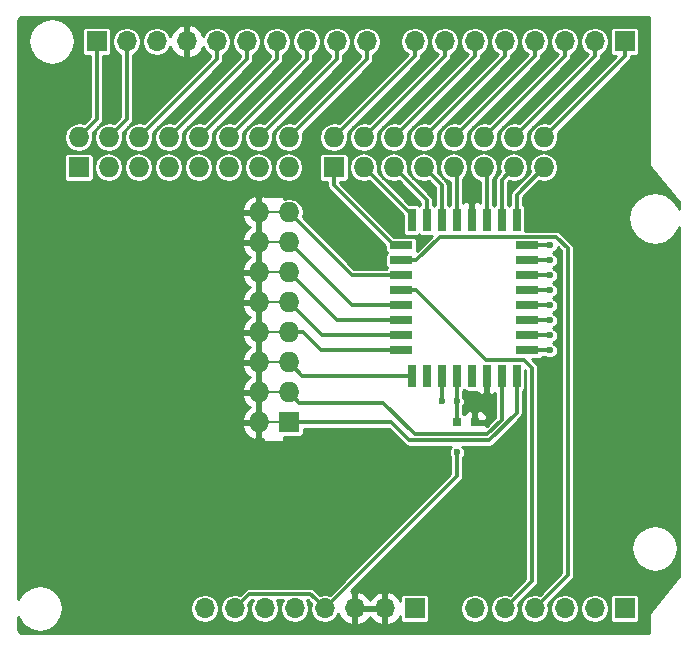
<source format=gtl>
G04 #@! TF.FileFunction,Copper,L1,Top,Signal*
%FSLAX46Y46*%
G04 Gerber Fmt 4.6, Leading zero omitted, Abs format (unit mm)*
G04 Created by KiCad (PCBNEW 4.0.5+dfsg1-4) date Sun Oct 21 08:43:36 2018*
%MOMM*%
%LPD*%
G01*
G04 APERTURE LIST*
%ADD10C,0.100000*%
%ADD11C,0.600000*%
%ADD12R,1.727200X1.727200*%
%ADD13O,1.727200X1.727200*%
%ADD14R,1.700000X1.700000*%
%ADD15O,1.700000X1.700000*%
%ADD16R,0.700000X1.925000*%
%ADD17R,1.925000X0.700000*%
%ADD18R,0.800000X0.750000*%
%ADD19C,0.152400*%
%ADD20C,0.304800*%
%ADD21C,0.254000*%
G04 APERTURE END LIST*
D10*
D11*
X166116000Y-104902000D03*
D12*
X153162000Y-85090000D03*
D13*
X153162000Y-82550000D03*
X155702000Y-85090000D03*
X155702000Y-82550000D03*
X158242000Y-85090000D03*
X158242000Y-82550000D03*
X160782000Y-85090000D03*
X160782000Y-82550000D03*
X163322000Y-85090000D03*
X163322000Y-82550000D03*
X165862000Y-85090000D03*
X165862000Y-82550000D03*
X168402000Y-85090000D03*
X168402000Y-82550000D03*
X170942000Y-85090000D03*
X170942000Y-82550000D03*
D14*
X177800000Y-122428000D03*
D15*
X175260000Y-122428000D03*
X172720000Y-122428000D03*
X170180000Y-122428000D03*
X167640000Y-122428000D03*
X165100000Y-122428000D03*
D14*
X177800000Y-74422000D03*
D15*
X175260000Y-74422000D03*
X172720000Y-74422000D03*
X170180000Y-74422000D03*
X167640000Y-74422000D03*
X165100000Y-74422000D03*
X162560000Y-74422000D03*
X160020000Y-74422000D03*
D14*
X160020000Y-122428000D03*
D15*
X157480000Y-122428000D03*
X154940000Y-122428000D03*
X152400000Y-122428000D03*
X149860000Y-122428000D03*
X147320000Y-122428000D03*
X144780000Y-122428000D03*
X142240000Y-122428000D03*
D14*
X133096000Y-74422000D03*
D15*
X135636000Y-74422000D03*
X138176000Y-74422000D03*
X140716000Y-74422000D03*
X143256000Y-74422000D03*
X145796000Y-74422000D03*
X148336000Y-74422000D03*
X150876000Y-74422000D03*
X153416000Y-74422000D03*
X155956000Y-74422000D03*
D16*
X164834500Y-102731500D03*
X166104500Y-102731500D03*
X167374500Y-102731500D03*
X168644500Y-102731500D03*
X163564500Y-102731500D03*
X162294500Y-102731500D03*
X161024500Y-102731500D03*
X159754500Y-102731500D03*
D17*
X169522000Y-100584000D03*
X169522000Y-99314000D03*
X169522000Y-98044000D03*
X169522000Y-96774000D03*
X169522000Y-95504000D03*
X169522000Y-94234000D03*
X169522000Y-92964000D03*
X169522000Y-91694000D03*
D16*
X168644500Y-89546500D03*
X167374500Y-89546500D03*
X166104500Y-89546500D03*
X164834500Y-89546500D03*
X163564500Y-89546500D03*
X162294500Y-89546500D03*
X161024500Y-89546500D03*
X159754500Y-89546500D03*
D17*
X158877000Y-91694000D03*
X158877000Y-92964000D03*
X158877000Y-94234000D03*
X158877000Y-95504000D03*
X158877000Y-96774000D03*
X158877000Y-98044000D03*
X158877000Y-99314000D03*
X158877000Y-100584000D03*
D18*
X165088000Y-106680000D03*
X163588000Y-106680000D03*
D12*
X149352000Y-106680000D03*
D13*
X146812000Y-106680000D03*
X149352000Y-104140000D03*
X146812000Y-104140000D03*
X149352000Y-101600000D03*
X146812000Y-101600000D03*
X149352000Y-99060000D03*
X146812000Y-99060000D03*
X149352000Y-96520000D03*
X146812000Y-96520000D03*
X149352000Y-93980000D03*
X146812000Y-93980000D03*
X149352000Y-91440000D03*
X146812000Y-91440000D03*
X149352000Y-88900000D03*
X146812000Y-88900000D03*
D12*
X131572000Y-85090000D03*
D13*
X131572000Y-82550000D03*
X134112000Y-85090000D03*
X134112000Y-82550000D03*
X136652000Y-85090000D03*
X136652000Y-82550000D03*
X139192000Y-85090000D03*
X139192000Y-82550000D03*
X141732000Y-85090000D03*
X141732000Y-82550000D03*
X144272000Y-85090000D03*
X144272000Y-82550000D03*
X146812000Y-85090000D03*
X146812000Y-82550000D03*
X149352000Y-85090000D03*
X149352000Y-82550000D03*
D11*
X164846000Y-87376000D03*
X163576000Y-109220000D03*
X163564500Y-104902000D03*
X162306000Y-104902000D03*
X171450000Y-100584000D03*
X171450000Y-99314000D03*
X171450000Y-98044000D03*
X171450000Y-96774000D03*
X171450000Y-95504000D03*
X171450000Y-94234000D03*
X171450000Y-92964000D03*
X171450000Y-91694000D03*
D19*
X149352000Y-99060000D02*
X146812000Y-99060000D01*
X149352000Y-88900000D02*
X146812000Y-88900000D01*
X149352000Y-93980000D02*
X146812000Y-93980000D01*
X149352000Y-91440000D02*
X146812000Y-91440000D01*
X149352000Y-96520000D02*
X146812000Y-96520000D01*
X149352000Y-101600000D02*
X146812000Y-101600000D01*
X149352000Y-104140000D02*
X146812000Y-104140000D01*
X149352000Y-106680000D02*
X146812000Y-106680000D01*
D20*
X163576000Y-111252000D02*
X163576000Y-109220000D01*
X156210000Y-118618000D02*
X163576000Y-111252000D01*
X152400000Y-122428000D02*
X156210000Y-118618000D01*
X144780000Y-122428000D02*
X145985601Y-121222399D01*
X145985601Y-121222399D02*
X151194399Y-121222399D01*
X151194399Y-121222399D02*
X151550001Y-121578001D01*
X151550001Y-121578001D02*
X152400000Y-122428000D01*
X163564500Y-104902000D02*
X163564500Y-106656500D01*
X163564500Y-102731500D02*
X163564500Y-104902000D01*
X163564500Y-106656500D02*
X163588000Y-106680000D01*
X133096000Y-74422000D02*
X133096000Y-81026000D01*
X133096000Y-81026000D02*
X131572000Y-82550000D01*
X135636000Y-74422000D02*
X135636000Y-81026000D01*
X135636000Y-81026000D02*
X134112000Y-82550000D01*
X162306000Y-103355500D02*
X162306000Y-104902000D01*
X162294500Y-102731500D02*
X162294500Y-103344000D01*
X162294500Y-103344000D02*
X162306000Y-103355500D01*
X172974000Y-91948000D02*
X172974000Y-119634000D01*
X172974000Y-119634000D02*
X170180000Y-122428000D01*
X172014399Y-90988399D02*
X172974000Y-91948000D01*
X158877000Y-92964000D02*
X160144300Y-92964000D01*
X160144300Y-92964000D02*
X162119901Y-90988399D01*
X162119901Y-90988399D02*
X172014399Y-90988399D01*
X169926000Y-102060418D02*
X169926000Y-120142000D01*
X169926000Y-120142000D02*
X167640000Y-122428000D01*
X166053699Y-101413399D02*
X169278981Y-101413399D01*
X169278981Y-101413399D02*
X169926000Y-102060418D01*
X158877000Y-95504000D02*
X160144300Y-95504000D01*
X160144300Y-95504000D02*
X166053699Y-101413399D01*
X155956000Y-74422000D02*
X155956000Y-75946000D01*
X155956000Y-75946000D02*
X149352000Y-82550000D01*
X153416000Y-74422000D02*
X153416000Y-75946000D01*
X153416000Y-75946000D02*
X146812000Y-82550000D01*
X150876000Y-74422000D02*
X150876000Y-75946000D01*
X150876000Y-75946000D02*
X144272000Y-82550000D01*
X148336000Y-74422000D02*
X148336000Y-75946000D01*
X148336000Y-75946000D02*
X141732000Y-82550000D01*
X145796000Y-74422000D02*
X145796000Y-75946000D01*
X145796000Y-75946000D02*
X139192000Y-82550000D01*
X143256000Y-74422000D02*
X143256000Y-75946000D01*
X143256000Y-75946000D02*
X136652000Y-82550000D01*
X170942000Y-82550000D02*
X177800000Y-75692000D01*
X177800000Y-75692000D02*
X177800000Y-74422000D01*
X175260000Y-74422000D02*
X175260000Y-75692000D01*
X175260000Y-75692000D02*
X168402000Y-82550000D01*
X172720000Y-74422000D02*
X172720000Y-75692000D01*
X172720000Y-75692000D02*
X165862000Y-82550000D01*
X170180000Y-74422000D02*
X170180000Y-75692000D01*
X170180000Y-75692000D02*
X163322000Y-82550000D01*
X167640000Y-74422000D02*
X167640000Y-75692000D01*
X167640000Y-75692000D02*
X160782000Y-82550000D01*
X162560000Y-74422000D02*
X162560000Y-75692000D01*
X162560000Y-75692000D02*
X155702000Y-82550000D01*
X160020000Y-74422000D02*
X160020000Y-75692000D01*
X160020000Y-75692000D02*
X153162000Y-82550000D01*
X165100000Y-74422000D02*
X165100000Y-75692000D01*
X165100000Y-75692000D02*
X158242000Y-82550000D01*
X159555575Y-108204011D02*
X158031564Y-106680000D01*
X168644500Y-105885936D02*
X166326425Y-108204011D01*
X168644500Y-102731500D02*
X168644500Y-105885936D01*
X158031564Y-106680000D02*
X150520400Y-106680000D01*
X166326425Y-108204011D02*
X159555575Y-108204011D01*
X150520400Y-106680000D02*
X149352000Y-106680000D01*
X166116000Y-107696000D02*
X167374500Y-106437500D01*
X167374500Y-106437500D02*
X167374500Y-102731500D01*
X160020000Y-107696000D02*
X166116000Y-107696000D01*
X157327599Y-105003599D02*
X160020000Y-107696000D01*
X149352000Y-104140000D02*
X150215599Y-105003599D01*
X150215599Y-105003599D02*
X157327599Y-105003599D01*
X159754500Y-102731500D02*
X150483500Y-102731500D01*
X150483500Y-102731500D02*
X149352000Y-101600000D01*
X149352000Y-99060000D02*
X150573314Y-99060000D01*
X150573314Y-99060000D02*
X152097314Y-100584000D01*
X152097314Y-100584000D02*
X157609700Y-100584000D01*
X157609700Y-100584000D02*
X158877000Y-100584000D01*
X169522000Y-100584000D02*
X171450000Y-100584000D01*
X169522000Y-99314000D02*
X171450000Y-99314000D01*
X171450000Y-98044000D02*
X169522000Y-98044000D01*
X171450000Y-96774000D02*
X169522000Y-96774000D01*
X171450000Y-95504000D02*
X169522000Y-95504000D01*
X171450000Y-94234000D02*
X169522000Y-94234000D01*
X171450000Y-92964000D02*
X169522000Y-92964000D01*
X171450000Y-91694000D02*
X169522000Y-91694000D01*
X158877000Y-99314000D02*
X152146000Y-99314000D01*
X152146000Y-99314000D02*
X149352000Y-96520000D01*
X158877000Y-98044000D02*
X153416000Y-98044000D01*
X153416000Y-98044000D02*
X149352000Y-93980000D01*
X158877000Y-96774000D02*
X154686000Y-96774000D01*
X154686000Y-96774000D02*
X149352000Y-91440000D01*
X158877000Y-94234000D02*
X154686000Y-94234000D01*
X154686000Y-94234000D02*
X149352000Y-88900000D01*
X158242000Y-91694000D02*
X153162000Y-86614000D01*
X153162000Y-86614000D02*
X153162000Y-85090000D01*
X158877000Y-91694000D02*
X158242000Y-91694000D01*
X155702000Y-85090000D02*
X159754500Y-89142500D01*
X159754500Y-89142500D02*
X159754500Y-89546500D01*
X158242000Y-85090000D02*
X161024500Y-87872500D01*
X161024500Y-87872500D02*
X161024500Y-89546500D01*
X160782000Y-85090000D02*
X162294500Y-86602500D01*
X162294500Y-86602500D02*
X162294500Y-89546500D01*
X163564500Y-89546500D02*
X163564500Y-85332500D01*
X163564500Y-85332500D02*
X163322000Y-85090000D01*
X166104500Y-89546500D02*
X166104500Y-85332500D01*
X166104500Y-85332500D02*
X165862000Y-85090000D01*
X167374500Y-89546500D02*
X167374500Y-86117500D01*
X167374500Y-86117500D02*
X168402000Y-85090000D01*
X170942000Y-85090000D02*
X168644500Y-87387500D01*
X168644500Y-87387500D02*
X168644500Y-89546500D01*
D21*
G36*
X179884000Y-84836000D02*
X179897397Y-84903350D01*
X179904642Y-84971645D01*
X179914633Y-84990004D01*
X179918711Y-85010504D01*
X179956865Y-85067606D01*
X179989691Y-85127924D01*
X182424000Y-88049095D01*
X182424000Y-88653898D01*
X182403947Y-88553085D01*
X181919677Y-87828323D01*
X181194915Y-87344053D01*
X180340000Y-87174000D01*
X179485085Y-87344053D01*
X178760323Y-87828323D01*
X178276053Y-88553085D01*
X178106000Y-89408000D01*
X178276053Y-90262915D01*
X178760323Y-90987677D01*
X179485085Y-91471947D01*
X180340000Y-91642000D01*
X181194915Y-91471947D01*
X181919677Y-90987677D01*
X182403947Y-90262915D01*
X182424000Y-90162102D01*
X182424000Y-119722905D01*
X179989691Y-122644076D01*
X179956865Y-122704394D01*
X179918711Y-122761496D01*
X179914633Y-122781996D01*
X179904642Y-122800355D01*
X179897397Y-122868650D01*
X179884000Y-122936000D01*
X179884000Y-124512000D01*
X126680881Y-124512000D01*
X126440000Y-124271118D01*
X126440000Y-123182098D01*
X126440719Y-123185713D01*
X126869929Y-123828071D01*
X127512287Y-124257281D01*
X128270000Y-124408000D01*
X129027713Y-124257281D01*
X129670071Y-123828071D01*
X130099281Y-123185713D01*
X130250000Y-122428000D01*
X130245203Y-122403883D01*
X141009000Y-122403883D01*
X141009000Y-122452117D01*
X141102704Y-122923200D01*
X141369552Y-123322565D01*
X141768917Y-123589413D01*
X142240000Y-123683117D01*
X142711083Y-123589413D01*
X143110448Y-123322565D01*
X143377296Y-122923200D01*
X143471000Y-122452117D01*
X143471000Y-122403883D01*
X143549000Y-122403883D01*
X143549000Y-122452117D01*
X143642704Y-122923200D01*
X143909552Y-123322565D01*
X144308917Y-123589413D01*
X144780000Y-123683117D01*
X145251083Y-123589413D01*
X145650448Y-123322565D01*
X145917296Y-122923200D01*
X146011000Y-122452117D01*
X146011000Y-122403883D01*
X145935919Y-122026423D01*
X146206543Y-121755799D01*
X146300973Y-121755799D01*
X146182704Y-121932800D01*
X146089000Y-122403883D01*
X146089000Y-122452117D01*
X146182704Y-122923200D01*
X146449552Y-123322565D01*
X146848917Y-123589413D01*
X147320000Y-123683117D01*
X147791083Y-123589413D01*
X148190448Y-123322565D01*
X148457296Y-122923200D01*
X148551000Y-122452117D01*
X148551000Y-122403883D01*
X148457296Y-121932800D01*
X148339027Y-121755799D01*
X148840973Y-121755799D01*
X148722704Y-121932800D01*
X148629000Y-122403883D01*
X148629000Y-122452117D01*
X148722704Y-122923200D01*
X148989552Y-123322565D01*
X149388917Y-123589413D01*
X149860000Y-123683117D01*
X150331083Y-123589413D01*
X150730448Y-123322565D01*
X150997296Y-122923200D01*
X151091000Y-122452117D01*
X151091000Y-122403883D01*
X150997296Y-121932800D01*
X150879027Y-121755799D01*
X150973457Y-121755799D01*
X151244081Y-122026423D01*
X151169000Y-122403883D01*
X151169000Y-122452117D01*
X151262704Y-122923200D01*
X151529552Y-123322565D01*
X151928917Y-123589413D01*
X152400000Y-123683117D01*
X152871083Y-123589413D01*
X153270448Y-123322565D01*
X153537296Y-122923200D01*
X153545083Y-122884053D01*
X153744817Y-123309358D01*
X154173076Y-123699645D01*
X154583110Y-123869476D01*
X154813000Y-123748155D01*
X154813000Y-122555000D01*
X155067000Y-122555000D01*
X155067000Y-123748155D01*
X155296890Y-123869476D01*
X155706924Y-123699645D01*
X156135183Y-123309358D01*
X156210000Y-123150046D01*
X156284817Y-123309358D01*
X156713076Y-123699645D01*
X157123110Y-123869476D01*
X157353000Y-123748155D01*
X157353000Y-122555000D01*
X155067000Y-122555000D01*
X154813000Y-122555000D01*
X154793000Y-122555000D01*
X154793000Y-122301000D01*
X154813000Y-122301000D01*
X154813000Y-121107845D01*
X155067000Y-121107845D01*
X155067000Y-122301000D01*
X157353000Y-122301000D01*
X157353000Y-121107845D01*
X157607000Y-121107845D01*
X157607000Y-122301000D01*
X157627000Y-122301000D01*
X157627000Y-122555000D01*
X157607000Y-122555000D01*
X157607000Y-123748155D01*
X157836890Y-123869476D01*
X158246924Y-123699645D01*
X158675183Y-123309358D01*
X158781536Y-123082895D01*
X158781536Y-123278000D01*
X158808103Y-123419190D01*
X158891546Y-123548865D01*
X159018866Y-123635859D01*
X159170000Y-123666464D01*
X160870000Y-123666464D01*
X161011190Y-123639897D01*
X161140865Y-123556454D01*
X161227859Y-123429134D01*
X161258464Y-123278000D01*
X161258464Y-122403883D01*
X163869000Y-122403883D01*
X163869000Y-122452117D01*
X163962704Y-122923200D01*
X164229552Y-123322565D01*
X164628917Y-123589413D01*
X165100000Y-123683117D01*
X165571083Y-123589413D01*
X165970448Y-123322565D01*
X166237296Y-122923200D01*
X166331000Y-122452117D01*
X166331000Y-122403883D01*
X166237296Y-121932800D01*
X165970448Y-121533435D01*
X165571083Y-121266587D01*
X165100000Y-121172883D01*
X164628917Y-121266587D01*
X164229552Y-121533435D01*
X163962704Y-121932800D01*
X163869000Y-122403883D01*
X161258464Y-122403883D01*
X161258464Y-121578000D01*
X161231897Y-121436810D01*
X161148454Y-121307135D01*
X161021134Y-121220141D01*
X160870000Y-121189536D01*
X159170000Y-121189536D01*
X159028810Y-121216103D01*
X158899135Y-121299546D01*
X158812141Y-121426866D01*
X158781536Y-121578000D01*
X158781536Y-121773105D01*
X158675183Y-121546642D01*
X158246924Y-121156355D01*
X157836890Y-120986524D01*
X157607000Y-121107845D01*
X157353000Y-121107845D01*
X157123110Y-120986524D01*
X156713076Y-121156355D01*
X156284817Y-121546642D01*
X156210000Y-121705954D01*
X156135183Y-121546642D01*
X155706924Y-121156355D01*
X155296890Y-120986524D01*
X155067000Y-121107845D01*
X154813000Y-121107845D01*
X154591428Y-120990914D01*
X163953171Y-111629171D01*
X164068797Y-111456123D01*
X164109400Y-111252000D01*
X164109400Y-109649770D01*
X164152987Y-109606259D01*
X164256882Y-109356054D01*
X164257118Y-109085135D01*
X164153661Y-108834748D01*
X164056493Y-108737411D01*
X166326425Y-108737411D01*
X166530548Y-108696808D01*
X166703596Y-108581182D01*
X169021671Y-106263107D01*
X169137297Y-106090059D01*
X169177900Y-105885936D01*
X169177900Y-104028736D01*
X169265365Y-103972454D01*
X169352359Y-103845134D01*
X169382964Y-103694000D01*
X169382964Y-102271724D01*
X169392600Y-102281360D01*
X169392600Y-119921058D01*
X168057691Y-121255967D01*
X167640000Y-121172883D01*
X167168917Y-121266587D01*
X166769552Y-121533435D01*
X166502704Y-121932800D01*
X166409000Y-122403883D01*
X166409000Y-122452117D01*
X166502704Y-122923200D01*
X166769552Y-123322565D01*
X167168917Y-123589413D01*
X167640000Y-123683117D01*
X168111083Y-123589413D01*
X168510448Y-123322565D01*
X168777296Y-122923200D01*
X168871000Y-122452117D01*
X168871000Y-122403883D01*
X168795919Y-122026423D01*
X170303171Y-120519171D01*
X170418797Y-120346123D01*
X170459400Y-120142000D01*
X170459400Y-102060418D01*
X170418797Y-101856295D01*
X170303171Y-101683247D01*
X169942388Y-101322464D01*
X170484500Y-101322464D01*
X170625690Y-101295897D01*
X170755365Y-101212454D01*
X170820313Y-101117400D01*
X171020230Y-101117400D01*
X171063741Y-101160987D01*
X171313946Y-101264882D01*
X171584865Y-101265118D01*
X171835252Y-101161661D01*
X172026987Y-100970259D01*
X172130882Y-100720054D01*
X172131118Y-100449135D01*
X172027661Y-100198748D01*
X171836259Y-100007013D01*
X171696515Y-99948986D01*
X171835252Y-99891661D01*
X172026987Y-99700259D01*
X172130882Y-99450054D01*
X172131118Y-99179135D01*
X172027661Y-98928748D01*
X171836259Y-98737013D01*
X171696515Y-98678986D01*
X171835252Y-98621661D01*
X172026987Y-98430259D01*
X172130882Y-98180054D01*
X172131118Y-97909135D01*
X172027661Y-97658748D01*
X171836259Y-97467013D01*
X171696515Y-97408986D01*
X171835252Y-97351661D01*
X172026987Y-97160259D01*
X172130882Y-96910054D01*
X172131118Y-96639135D01*
X172027661Y-96388748D01*
X171836259Y-96197013D01*
X171696515Y-96138986D01*
X171835252Y-96081661D01*
X172026987Y-95890259D01*
X172130882Y-95640054D01*
X172131118Y-95369135D01*
X172027661Y-95118748D01*
X171836259Y-94927013D01*
X171696515Y-94868986D01*
X171835252Y-94811661D01*
X172026987Y-94620259D01*
X172130882Y-94370054D01*
X172131118Y-94099135D01*
X172027661Y-93848748D01*
X171836259Y-93657013D01*
X171696515Y-93598986D01*
X171835252Y-93541661D01*
X172026987Y-93350259D01*
X172130882Y-93100054D01*
X172131118Y-92829135D01*
X172027661Y-92578748D01*
X171836259Y-92387013D01*
X171696515Y-92328986D01*
X171835252Y-92271661D01*
X172026987Y-92080259D01*
X172122323Y-91850665D01*
X172440600Y-92168942D01*
X172440600Y-119413058D01*
X170597691Y-121255967D01*
X170180000Y-121172883D01*
X169708917Y-121266587D01*
X169309552Y-121533435D01*
X169042704Y-121932800D01*
X168949000Y-122403883D01*
X168949000Y-122452117D01*
X169042704Y-122923200D01*
X169309552Y-123322565D01*
X169708917Y-123589413D01*
X170180000Y-123683117D01*
X170651083Y-123589413D01*
X171050448Y-123322565D01*
X171317296Y-122923200D01*
X171411000Y-122452117D01*
X171411000Y-122403883D01*
X171489000Y-122403883D01*
X171489000Y-122452117D01*
X171582704Y-122923200D01*
X171849552Y-123322565D01*
X172248917Y-123589413D01*
X172720000Y-123683117D01*
X173191083Y-123589413D01*
X173590448Y-123322565D01*
X173857296Y-122923200D01*
X173951000Y-122452117D01*
X173951000Y-122403883D01*
X174029000Y-122403883D01*
X174029000Y-122452117D01*
X174122704Y-122923200D01*
X174389552Y-123322565D01*
X174788917Y-123589413D01*
X175260000Y-123683117D01*
X175731083Y-123589413D01*
X176130448Y-123322565D01*
X176397296Y-122923200D01*
X176491000Y-122452117D01*
X176491000Y-122403883D01*
X176397296Y-121932800D01*
X176160226Y-121578000D01*
X176561536Y-121578000D01*
X176561536Y-123278000D01*
X176588103Y-123419190D01*
X176671546Y-123548865D01*
X176798866Y-123635859D01*
X176950000Y-123666464D01*
X178650000Y-123666464D01*
X178791190Y-123639897D01*
X178920865Y-123556454D01*
X179007859Y-123429134D01*
X179038464Y-123278000D01*
X179038464Y-121578000D01*
X179011897Y-121436810D01*
X178928454Y-121307135D01*
X178801134Y-121220141D01*
X178650000Y-121189536D01*
X176950000Y-121189536D01*
X176808810Y-121216103D01*
X176679135Y-121299546D01*
X176592141Y-121426866D01*
X176561536Y-121578000D01*
X176160226Y-121578000D01*
X176130448Y-121533435D01*
X175731083Y-121266587D01*
X175260000Y-121172883D01*
X174788917Y-121266587D01*
X174389552Y-121533435D01*
X174122704Y-121932800D01*
X174029000Y-122403883D01*
X173951000Y-122403883D01*
X173857296Y-121932800D01*
X173590448Y-121533435D01*
X173191083Y-121266587D01*
X172720000Y-121172883D01*
X172248917Y-121266587D01*
X171849552Y-121533435D01*
X171582704Y-121932800D01*
X171489000Y-122403883D01*
X171411000Y-122403883D01*
X171335919Y-122026423D01*
X173351171Y-120011171D01*
X173466797Y-119838123D01*
X173507401Y-119634000D01*
X173507400Y-119633995D01*
X173507400Y-117348000D01*
X178360000Y-117348000D01*
X178510719Y-118105713D01*
X178939929Y-118748071D01*
X179582287Y-119177281D01*
X180340000Y-119328000D01*
X181097713Y-119177281D01*
X181740071Y-118748071D01*
X182169281Y-118105713D01*
X182320000Y-117348000D01*
X182169281Y-116590287D01*
X181740071Y-115947929D01*
X181097713Y-115518719D01*
X180340000Y-115368000D01*
X179582287Y-115518719D01*
X178939929Y-115947929D01*
X178510719Y-116590287D01*
X178360000Y-117348000D01*
X173507400Y-117348000D01*
X173507400Y-91948005D01*
X173507401Y-91948000D01*
X173466797Y-91743877D01*
X173351171Y-91570829D01*
X172391570Y-90611228D01*
X172218522Y-90495602D01*
X172014399Y-90454999D01*
X169382964Y-90454999D01*
X169382964Y-88584000D01*
X169356397Y-88442810D01*
X169272954Y-88313135D01*
X169177900Y-88248187D01*
X169177900Y-87608442D01*
X170512744Y-86273598D01*
X170942000Y-86358983D01*
X171418288Y-86264243D01*
X171822065Y-85994448D01*
X172091860Y-85590671D01*
X172186600Y-85114383D01*
X172186600Y-85065617D01*
X172091860Y-84589329D01*
X171822065Y-84185552D01*
X171418288Y-83915757D01*
X170942000Y-83821017D01*
X170465712Y-83915757D01*
X170061935Y-84185552D01*
X169792140Y-84589329D01*
X169697400Y-85065617D01*
X169697400Y-85114383D01*
X169774694Y-85502964D01*
X168267329Y-87010329D01*
X168151703Y-87183377D01*
X168111100Y-87387500D01*
X168111100Y-88249264D01*
X168023635Y-88305546D01*
X168010469Y-88324814D01*
X168002954Y-88313135D01*
X167907900Y-88248187D01*
X167907900Y-86338442D01*
X167972744Y-86273598D01*
X168402000Y-86358983D01*
X168878288Y-86264243D01*
X169282065Y-85994448D01*
X169551860Y-85590671D01*
X169646600Y-85114383D01*
X169646600Y-85065617D01*
X169551860Y-84589329D01*
X169282065Y-84185552D01*
X168878288Y-83915757D01*
X168402000Y-83821017D01*
X167925712Y-83915757D01*
X167521935Y-84185552D01*
X167252140Y-84589329D01*
X167157400Y-85065617D01*
X167157400Y-85114383D01*
X167234694Y-85502964D01*
X166997329Y-85740329D01*
X166881703Y-85913377D01*
X166841100Y-86117500D01*
X166841100Y-88249264D01*
X166753635Y-88305546D01*
X166740469Y-88324814D01*
X166732954Y-88313135D01*
X166637900Y-88248187D01*
X166637900Y-86064049D01*
X166742065Y-85994448D01*
X167011860Y-85590671D01*
X167106600Y-85114383D01*
X167106600Y-85065617D01*
X167011860Y-84589329D01*
X166742065Y-84185552D01*
X166338288Y-83915757D01*
X165862000Y-83821017D01*
X165385712Y-83915757D01*
X164981935Y-84185552D01*
X164712140Y-84589329D01*
X164617400Y-85065617D01*
X164617400Y-85114383D01*
X164712140Y-85590671D01*
X164981935Y-85994448D01*
X165385712Y-86264243D01*
X165571100Y-86301119D01*
X165571100Y-88072575D01*
X165544198Y-88045673D01*
X165310809Y-87949000D01*
X165120250Y-87949000D01*
X164961500Y-88107750D01*
X164961500Y-89419500D01*
X164981500Y-89419500D01*
X164981500Y-89673500D01*
X164961500Y-89673500D01*
X164961500Y-89693500D01*
X164707500Y-89693500D01*
X164707500Y-89673500D01*
X164687500Y-89673500D01*
X164687500Y-89419500D01*
X164707500Y-89419500D01*
X164707500Y-88107750D01*
X164548750Y-87949000D01*
X164358191Y-87949000D01*
X164124802Y-88045673D01*
X164097900Y-88072575D01*
X164097900Y-86064049D01*
X164202065Y-85994448D01*
X164471860Y-85590671D01*
X164566600Y-85114383D01*
X164566600Y-85065617D01*
X164471860Y-84589329D01*
X164202065Y-84185552D01*
X163798288Y-83915757D01*
X163322000Y-83821017D01*
X162845712Y-83915757D01*
X162441935Y-84185552D01*
X162172140Y-84589329D01*
X162077400Y-85065617D01*
X162077400Y-85114383D01*
X162172140Y-85590671D01*
X162441935Y-85994448D01*
X162845712Y-86264243D01*
X163031100Y-86301119D01*
X163031100Y-88249264D01*
X162943635Y-88305546D01*
X162930469Y-88324814D01*
X162922954Y-88313135D01*
X162827900Y-88248187D01*
X162827900Y-86602500D01*
X162787297Y-86398377D01*
X162671671Y-86225329D01*
X161949306Y-85502964D01*
X162026600Y-85114383D01*
X162026600Y-85065617D01*
X161931860Y-84589329D01*
X161662065Y-84185552D01*
X161258288Y-83915757D01*
X160782000Y-83821017D01*
X160305712Y-83915757D01*
X159901935Y-84185552D01*
X159632140Y-84589329D01*
X159537400Y-85065617D01*
X159537400Y-85114383D01*
X159632140Y-85590671D01*
X159901935Y-85994448D01*
X160305712Y-86264243D01*
X160782000Y-86358983D01*
X161211256Y-86273598D01*
X161761100Y-86823442D01*
X161761100Y-88249264D01*
X161673635Y-88305546D01*
X161660469Y-88324814D01*
X161652954Y-88313135D01*
X161557900Y-88248187D01*
X161557900Y-87872500D01*
X161525476Y-87709496D01*
X161517297Y-87668376D01*
X161401671Y-87495329D01*
X159409306Y-85502964D01*
X159486600Y-85114383D01*
X159486600Y-85065617D01*
X159391860Y-84589329D01*
X159122065Y-84185552D01*
X158718288Y-83915757D01*
X158242000Y-83821017D01*
X157765712Y-83915757D01*
X157361935Y-84185552D01*
X157092140Y-84589329D01*
X156997400Y-85065617D01*
X156997400Y-85114383D01*
X157092140Y-85590671D01*
X157361935Y-85994448D01*
X157765712Y-86264243D01*
X158242000Y-86358983D01*
X158671256Y-86273598D01*
X160491100Y-88093442D01*
X160491100Y-88249264D01*
X160403635Y-88305546D01*
X160390469Y-88324814D01*
X160382954Y-88313135D01*
X160255634Y-88226141D01*
X160104500Y-88195536D01*
X159561877Y-88195536D01*
X156869306Y-85502964D01*
X156946600Y-85114383D01*
X156946600Y-85065617D01*
X156851860Y-84589329D01*
X156582065Y-84185552D01*
X156178288Y-83915757D01*
X155702000Y-83821017D01*
X155225712Y-83915757D01*
X154821935Y-84185552D01*
X154552140Y-84589329D01*
X154457400Y-85065617D01*
X154457400Y-85114383D01*
X154552140Y-85590671D01*
X154821935Y-85994448D01*
X155225712Y-86264243D01*
X155702000Y-86358983D01*
X156131256Y-86273598D01*
X159016036Y-89158377D01*
X159016036Y-90509000D01*
X159042603Y-90650190D01*
X159126046Y-90779865D01*
X159253366Y-90866859D01*
X159404500Y-90897464D01*
X160104500Y-90897464D01*
X160245690Y-90870897D01*
X160375365Y-90787454D01*
X160388531Y-90768186D01*
X160396046Y-90779865D01*
X160523366Y-90866859D01*
X160674500Y-90897464D01*
X161374500Y-90897464D01*
X161475498Y-90878460D01*
X160207144Y-92146814D01*
X160227964Y-92044000D01*
X160227964Y-91344000D01*
X160201397Y-91202810D01*
X160117954Y-91073135D01*
X159990634Y-90986141D01*
X159839500Y-90955536D01*
X158257878Y-90955536D01*
X153695400Y-86393058D01*
X153695400Y-86342064D01*
X154025600Y-86342064D01*
X154166790Y-86315497D01*
X154296465Y-86232054D01*
X154383459Y-86104734D01*
X154414064Y-85953600D01*
X154414064Y-84226400D01*
X154387497Y-84085210D01*
X154304054Y-83955535D01*
X154176734Y-83868541D01*
X154025600Y-83837936D01*
X152298400Y-83837936D01*
X152157210Y-83864503D01*
X152027535Y-83947946D01*
X151940541Y-84075266D01*
X151909936Y-84226400D01*
X151909936Y-85953600D01*
X151936503Y-86094790D01*
X152019946Y-86224465D01*
X152147266Y-86311459D01*
X152298400Y-86342064D01*
X152628600Y-86342064D01*
X152628600Y-86614000D01*
X152669203Y-86818123D01*
X152784829Y-86991171D01*
X157526036Y-91732378D01*
X157526036Y-92044000D01*
X157552603Y-92185190D01*
X157636046Y-92314865D01*
X157655314Y-92328031D01*
X157643635Y-92335546D01*
X157556641Y-92462866D01*
X157526036Y-92614000D01*
X157526036Y-93314000D01*
X157552603Y-93455190D01*
X157636046Y-93584865D01*
X157655314Y-93598031D01*
X157643635Y-93605546D01*
X157578687Y-93700600D01*
X154906942Y-93700600D01*
X150535598Y-89329256D01*
X150620983Y-88900000D01*
X150526243Y-88423712D01*
X150256448Y-88019935D01*
X149852671Y-87750140D01*
X149376383Y-87655400D01*
X149327617Y-87655400D01*
X148971000Y-87726336D01*
X148971000Y-87630000D01*
X148962315Y-87583841D01*
X148935035Y-87541447D01*
X148893410Y-87513006D01*
X148844000Y-87503000D01*
X147320000Y-87503000D01*
X147301956Y-87506395D01*
X147171027Y-87445032D01*
X146939000Y-87565531D01*
X146939000Y-88773000D01*
X146959000Y-88773000D01*
X146959000Y-89027000D01*
X146939000Y-89027000D01*
X146939000Y-91313000D01*
X146959000Y-91313000D01*
X146959000Y-91567000D01*
X146939000Y-91567000D01*
X146939000Y-93853000D01*
X146959000Y-93853000D01*
X146959000Y-94107000D01*
X146939000Y-94107000D01*
X146939000Y-96393000D01*
X146959000Y-96393000D01*
X146959000Y-96647000D01*
X146939000Y-96647000D01*
X146939000Y-98933000D01*
X146959000Y-98933000D01*
X146959000Y-99187000D01*
X146939000Y-99187000D01*
X146939000Y-101473000D01*
X146959000Y-101473000D01*
X146959000Y-101727000D01*
X146939000Y-101727000D01*
X146939000Y-104013000D01*
X146959000Y-104013000D01*
X146959000Y-104267000D01*
X146939000Y-104267000D01*
X146939000Y-106553000D01*
X146959000Y-106553000D01*
X146959000Y-106807000D01*
X146939000Y-106807000D01*
X146939000Y-108014469D01*
X147171027Y-108134968D01*
X147193000Y-108124670D01*
X147193000Y-108204000D01*
X147201685Y-108250159D01*
X147228965Y-108292553D01*
X147270590Y-108320994D01*
X147320000Y-108331000D01*
X148844000Y-108331000D01*
X148890159Y-108322315D01*
X148932553Y-108295035D01*
X148960994Y-108253410D01*
X148971000Y-108204000D01*
X148971000Y-107932064D01*
X150215600Y-107932064D01*
X150356790Y-107905497D01*
X150486465Y-107822054D01*
X150573459Y-107694734D01*
X150604064Y-107543600D01*
X150604064Y-107213400D01*
X157810622Y-107213400D01*
X159178404Y-108581182D01*
X159351452Y-108696808D01*
X159555575Y-108737411D01*
X163095511Y-108737411D01*
X162999013Y-108833741D01*
X162895118Y-109083946D01*
X162894882Y-109354865D01*
X162998339Y-109605252D01*
X163042600Y-109649590D01*
X163042600Y-111031058D01*
X152817691Y-121255967D01*
X152400000Y-121172883D01*
X151982309Y-121255967D01*
X151571570Y-120845228D01*
X151398522Y-120729602D01*
X151194399Y-120688999D01*
X145985601Y-120688999D01*
X145781477Y-120729602D01*
X145608430Y-120845228D01*
X145197691Y-121255967D01*
X144780000Y-121172883D01*
X144308917Y-121266587D01*
X143909552Y-121533435D01*
X143642704Y-121932800D01*
X143549000Y-122403883D01*
X143471000Y-122403883D01*
X143377296Y-121932800D01*
X143110448Y-121533435D01*
X142711083Y-121266587D01*
X142240000Y-121172883D01*
X141768917Y-121266587D01*
X141369552Y-121533435D01*
X141102704Y-121932800D01*
X141009000Y-122403883D01*
X130245203Y-122403883D01*
X130099281Y-121670287D01*
X129670071Y-121027929D01*
X129027713Y-120598719D01*
X128270000Y-120448000D01*
X127512287Y-120598719D01*
X126869929Y-121027929D01*
X126440719Y-121670287D01*
X126440000Y-121673902D01*
X126440000Y-107039026D01*
X145357042Y-107039026D01*
X145529312Y-107454947D01*
X145923510Y-107886821D01*
X146452973Y-108134968D01*
X146685000Y-108014469D01*
X146685000Y-106807000D01*
X145478183Y-106807000D01*
X145357042Y-107039026D01*
X126440000Y-107039026D01*
X126440000Y-104499026D01*
X145357042Y-104499026D01*
X145529312Y-104914947D01*
X145923510Y-105346821D01*
X146058313Y-105410000D01*
X145923510Y-105473179D01*
X145529312Y-105905053D01*
X145357042Y-106320974D01*
X145478183Y-106553000D01*
X146685000Y-106553000D01*
X146685000Y-104267000D01*
X145478183Y-104267000D01*
X145357042Y-104499026D01*
X126440000Y-104499026D01*
X126440000Y-101959026D01*
X145357042Y-101959026D01*
X145529312Y-102374947D01*
X145923510Y-102806821D01*
X146058313Y-102870000D01*
X145923510Y-102933179D01*
X145529312Y-103365053D01*
X145357042Y-103780974D01*
X145478183Y-104013000D01*
X146685000Y-104013000D01*
X146685000Y-101727000D01*
X145478183Y-101727000D01*
X145357042Y-101959026D01*
X126440000Y-101959026D01*
X126440000Y-99419026D01*
X145357042Y-99419026D01*
X145529312Y-99834947D01*
X145923510Y-100266821D01*
X146058313Y-100330000D01*
X145923510Y-100393179D01*
X145529312Y-100825053D01*
X145357042Y-101240974D01*
X145478183Y-101473000D01*
X146685000Y-101473000D01*
X146685000Y-99187000D01*
X145478183Y-99187000D01*
X145357042Y-99419026D01*
X126440000Y-99419026D01*
X126440000Y-96879026D01*
X145357042Y-96879026D01*
X145529312Y-97294947D01*
X145923510Y-97726821D01*
X146058313Y-97790000D01*
X145923510Y-97853179D01*
X145529312Y-98285053D01*
X145357042Y-98700974D01*
X145478183Y-98933000D01*
X146685000Y-98933000D01*
X146685000Y-96647000D01*
X145478183Y-96647000D01*
X145357042Y-96879026D01*
X126440000Y-96879026D01*
X126440000Y-94339026D01*
X145357042Y-94339026D01*
X145529312Y-94754947D01*
X145923510Y-95186821D01*
X146058313Y-95250000D01*
X145923510Y-95313179D01*
X145529312Y-95745053D01*
X145357042Y-96160974D01*
X145478183Y-96393000D01*
X146685000Y-96393000D01*
X146685000Y-94107000D01*
X145478183Y-94107000D01*
X145357042Y-94339026D01*
X126440000Y-94339026D01*
X126440000Y-91799026D01*
X145357042Y-91799026D01*
X145529312Y-92214947D01*
X145923510Y-92646821D01*
X146058313Y-92710000D01*
X145923510Y-92773179D01*
X145529312Y-93205053D01*
X145357042Y-93620974D01*
X145478183Y-93853000D01*
X146685000Y-93853000D01*
X146685000Y-91567000D01*
X145478183Y-91567000D01*
X145357042Y-91799026D01*
X126440000Y-91799026D01*
X126440000Y-89259026D01*
X145357042Y-89259026D01*
X145529312Y-89674947D01*
X145923510Y-90106821D01*
X146058313Y-90170000D01*
X145923510Y-90233179D01*
X145529312Y-90665053D01*
X145357042Y-91080974D01*
X145478183Y-91313000D01*
X146685000Y-91313000D01*
X146685000Y-89027000D01*
X145478183Y-89027000D01*
X145357042Y-89259026D01*
X126440000Y-89259026D01*
X126440000Y-88540974D01*
X145357042Y-88540974D01*
X145478183Y-88773000D01*
X146685000Y-88773000D01*
X146685000Y-87565531D01*
X146452973Y-87445032D01*
X145923510Y-87693179D01*
X145529312Y-88125053D01*
X145357042Y-88540974D01*
X126440000Y-88540974D01*
X126440000Y-84226400D01*
X130319936Y-84226400D01*
X130319936Y-85953600D01*
X130346503Y-86094790D01*
X130429946Y-86224465D01*
X130557266Y-86311459D01*
X130708400Y-86342064D01*
X132435600Y-86342064D01*
X132576790Y-86315497D01*
X132706465Y-86232054D01*
X132793459Y-86104734D01*
X132824064Y-85953600D01*
X132824064Y-85065617D01*
X132867400Y-85065617D01*
X132867400Y-85114383D01*
X132962140Y-85590671D01*
X133231935Y-85994448D01*
X133635712Y-86264243D01*
X134112000Y-86358983D01*
X134588288Y-86264243D01*
X134992065Y-85994448D01*
X135261860Y-85590671D01*
X135356600Y-85114383D01*
X135356600Y-85065617D01*
X135407400Y-85065617D01*
X135407400Y-85114383D01*
X135502140Y-85590671D01*
X135771935Y-85994448D01*
X136175712Y-86264243D01*
X136652000Y-86358983D01*
X137128288Y-86264243D01*
X137532065Y-85994448D01*
X137801860Y-85590671D01*
X137896600Y-85114383D01*
X137896600Y-85065617D01*
X137947400Y-85065617D01*
X137947400Y-85114383D01*
X138042140Y-85590671D01*
X138311935Y-85994448D01*
X138715712Y-86264243D01*
X139192000Y-86358983D01*
X139668288Y-86264243D01*
X140072065Y-85994448D01*
X140341860Y-85590671D01*
X140436600Y-85114383D01*
X140436600Y-85065617D01*
X140487400Y-85065617D01*
X140487400Y-85114383D01*
X140582140Y-85590671D01*
X140851935Y-85994448D01*
X141255712Y-86264243D01*
X141732000Y-86358983D01*
X142208288Y-86264243D01*
X142612065Y-85994448D01*
X142881860Y-85590671D01*
X142976600Y-85114383D01*
X142976600Y-85065617D01*
X143027400Y-85065617D01*
X143027400Y-85114383D01*
X143122140Y-85590671D01*
X143391935Y-85994448D01*
X143795712Y-86264243D01*
X144272000Y-86358983D01*
X144748288Y-86264243D01*
X145152065Y-85994448D01*
X145421860Y-85590671D01*
X145516600Y-85114383D01*
X145516600Y-85065617D01*
X145567400Y-85065617D01*
X145567400Y-85114383D01*
X145662140Y-85590671D01*
X145931935Y-85994448D01*
X146335712Y-86264243D01*
X146812000Y-86358983D01*
X147288288Y-86264243D01*
X147692065Y-85994448D01*
X147961860Y-85590671D01*
X148056600Y-85114383D01*
X148056600Y-85065617D01*
X148107400Y-85065617D01*
X148107400Y-85114383D01*
X148202140Y-85590671D01*
X148471935Y-85994448D01*
X148875712Y-86264243D01*
X149352000Y-86358983D01*
X149828288Y-86264243D01*
X150232065Y-85994448D01*
X150501860Y-85590671D01*
X150596600Y-85114383D01*
X150596600Y-85065617D01*
X150501860Y-84589329D01*
X150232065Y-84185552D01*
X149828288Y-83915757D01*
X149352000Y-83821017D01*
X148875712Y-83915757D01*
X148471935Y-84185552D01*
X148202140Y-84589329D01*
X148107400Y-85065617D01*
X148056600Y-85065617D01*
X147961860Y-84589329D01*
X147692065Y-84185552D01*
X147288288Y-83915757D01*
X146812000Y-83821017D01*
X146335712Y-83915757D01*
X145931935Y-84185552D01*
X145662140Y-84589329D01*
X145567400Y-85065617D01*
X145516600Y-85065617D01*
X145421860Y-84589329D01*
X145152065Y-84185552D01*
X144748288Y-83915757D01*
X144272000Y-83821017D01*
X143795712Y-83915757D01*
X143391935Y-84185552D01*
X143122140Y-84589329D01*
X143027400Y-85065617D01*
X142976600Y-85065617D01*
X142881860Y-84589329D01*
X142612065Y-84185552D01*
X142208288Y-83915757D01*
X141732000Y-83821017D01*
X141255712Y-83915757D01*
X140851935Y-84185552D01*
X140582140Y-84589329D01*
X140487400Y-85065617D01*
X140436600Y-85065617D01*
X140341860Y-84589329D01*
X140072065Y-84185552D01*
X139668288Y-83915757D01*
X139192000Y-83821017D01*
X138715712Y-83915757D01*
X138311935Y-84185552D01*
X138042140Y-84589329D01*
X137947400Y-85065617D01*
X137896600Y-85065617D01*
X137801860Y-84589329D01*
X137532065Y-84185552D01*
X137128288Y-83915757D01*
X136652000Y-83821017D01*
X136175712Y-83915757D01*
X135771935Y-84185552D01*
X135502140Y-84589329D01*
X135407400Y-85065617D01*
X135356600Y-85065617D01*
X135261860Y-84589329D01*
X134992065Y-84185552D01*
X134588288Y-83915757D01*
X134112000Y-83821017D01*
X133635712Y-83915757D01*
X133231935Y-84185552D01*
X132962140Y-84589329D01*
X132867400Y-85065617D01*
X132824064Y-85065617D01*
X132824064Y-84226400D01*
X132797497Y-84085210D01*
X132714054Y-83955535D01*
X132586734Y-83868541D01*
X132435600Y-83837936D01*
X130708400Y-83837936D01*
X130567210Y-83864503D01*
X130437535Y-83947946D01*
X130350541Y-84075266D01*
X130319936Y-84226400D01*
X126440000Y-84226400D01*
X126440000Y-82525617D01*
X130327400Y-82525617D01*
X130327400Y-82574383D01*
X130422140Y-83050671D01*
X130691935Y-83454448D01*
X131095712Y-83724243D01*
X131572000Y-83818983D01*
X132048288Y-83724243D01*
X132452065Y-83454448D01*
X132721860Y-83050671D01*
X132816600Y-82574383D01*
X132816600Y-82525617D01*
X132867400Y-82525617D01*
X132867400Y-82574383D01*
X132962140Y-83050671D01*
X133231935Y-83454448D01*
X133635712Y-83724243D01*
X134112000Y-83818983D01*
X134588288Y-83724243D01*
X134992065Y-83454448D01*
X135261860Y-83050671D01*
X135356600Y-82574383D01*
X135356600Y-82525617D01*
X135407400Y-82525617D01*
X135407400Y-82574383D01*
X135502140Y-83050671D01*
X135771935Y-83454448D01*
X136175712Y-83724243D01*
X136652000Y-83818983D01*
X137128288Y-83724243D01*
X137532065Y-83454448D01*
X137801860Y-83050671D01*
X137896600Y-82574383D01*
X137896600Y-82525617D01*
X137947400Y-82525617D01*
X137947400Y-82574383D01*
X138042140Y-83050671D01*
X138311935Y-83454448D01*
X138715712Y-83724243D01*
X139192000Y-83818983D01*
X139668288Y-83724243D01*
X140072065Y-83454448D01*
X140341860Y-83050671D01*
X140436600Y-82574383D01*
X140436600Y-82525617D01*
X140487400Y-82525617D01*
X140487400Y-82574383D01*
X140582140Y-83050671D01*
X140851935Y-83454448D01*
X141255712Y-83724243D01*
X141732000Y-83818983D01*
X142208288Y-83724243D01*
X142612065Y-83454448D01*
X142881860Y-83050671D01*
X142976600Y-82574383D01*
X142976600Y-82525617D01*
X143027400Y-82525617D01*
X143027400Y-82574383D01*
X143122140Y-83050671D01*
X143391935Y-83454448D01*
X143795712Y-83724243D01*
X144272000Y-83818983D01*
X144748288Y-83724243D01*
X145152065Y-83454448D01*
X145421860Y-83050671D01*
X145516600Y-82574383D01*
X145516600Y-82525617D01*
X145567400Y-82525617D01*
X145567400Y-82574383D01*
X145662140Y-83050671D01*
X145931935Y-83454448D01*
X146335712Y-83724243D01*
X146812000Y-83818983D01*
X147288288Y-83724243D01*
X147692065Y-83454448D01*
X147961860Y-83050671D01*
X148056600Y-82574383D01*
X148056600Y-82525617D01*
X148107400Y-82525617D01*
X148107400Y-82574383D01*
X148202140Y-83050671D01*
X148471935Y-83454448D01*
X148875712Y-83724243D01*
X149352000Y-83818983D01*
X149828288Y-83724243D01*
X150232065Y-83454448D01*
X150501860Y-83050671D01*
X150596600Y-82574383D01*
X150596600Y-82525617D01*
X151917400Y-82525617D01*
X151917400Y-82574383D01*
X152012140Y-83050671D01*
X152281935Y-83454448D01*
X152685712Y-83724243D01*
X153162000Y-83818983D01*
X153638288Y-83724243D01*
X154042065Y-83454448D01*
X154311860Y-83050671D01*
X154406600Y-82574383D01*
X154406600Y-82525617D01*
X154457400Y-82525617D01*
X154457400Y-82574383D01*
X154552140Y-83050671D01*
X154821935Y-83454448D01*
X155225712Y-83724243D01*
X155702000Y-83818983D01*
X156178288Y-83724243D01*
X156582065Y-83454448D01*
X156851860Y-83050671D01*
X156946600Y-82574383D01*
X156946600Y-82525617D01*
X156997400Y-82525617D01*
X156997400Y-82574383D01*
X157092140Y-83050671D01*
X157361935Y-83454448D01*
X157765712Y-83724243D01*
X158242000Y-83818983D01*
X158718288Y-83724243D01*
X159122065Y-83454448D01*
X159391860Y-83050671D01*
X159486600Y-82574383D01*
X159486600Y-82525617D01*
X159537400Y-82525617D01*
X159537400Y-82574383D01*
X159632140Y-83050671D01*
X159901935Y-83454448D01*
X160305712Y-83724243D01*
X160782000Y-83818983D01*
X161258288Y-83724243D01*
X161662065Y-83454448D01*
X161931860Y-83050671D01*
X162026600Y-82574383D01*
X162026600Y-82525617D01*
X162077400Y-82525617D01*
X162077400Y-82574383D01*
X162172140Y-83050671D01*
X162441935Y-83454448D01*
X162845712Y-83724243D01*
X163322000Y-83818983D01*
X163798288Y-83724243D01*
X164202065Y-83454448D01*
X164471860Y-83050671D01*
X164566600Y-82574383D01*
X164566600Y-82525617D01*
X164617400Y-82525617D01*
X164617400Y-82574383D01*
X164712140Y-83050671D01*
X164981935Y-83454448D01*
X165385712Y-83724243D01*
X165862000Y-83818983D01*
X166338288Y-83724243D01*
X166742065Y-83454448D01*
X167011860Y-83050671D01*
X167106600Y-82574383D01*
X167106600Y-82525617D01*
X167157400Y-82525617D01*
X167157400Y-82574383D01*
X167252140Y-83050671D01*
X167521935Y-83454448D01*
X167925712Y-83724243D01*
X168402000Y-83818983D01*
X168878288Y-83724243D01*
X169282065Y-83454448D01*
X169551860Y-83050671D01*
X169646600Y-82574383D01*
X169646600Y-82525617D01*
X169697400Y-82525617D01*
X169697400Y-82574383D01*
X169792140Y-83050671D01*
X170061935Y-83454448D01*
X170465712Y-83724243D01*
X170942000Y-83818983D01*
X171418288Y-83724243D01*
X171822065Y-83454448D01*
X172091860Y-83050671D01*
X172186600Y-82574383D01*
X172186600Y-82525617D01*
X172109306Y-82137036D01*
X178177168Y-76069173D01*
X178177171Y-76069171D01*
X178292797Y-75896123D01*
X178307527Y-75822071D01*
X178333401Y-75692000D01*
X178333400Y-75691995D01*
X178333400Y-75660464D01*
X178650000Y-75660464D01*
X178791190Y-75633897D01*
X178920865Y-75550454D01*
X179007859Y-75423134D01*
X179038464Y-75272000D01*
X179038464Y-73572000D01*
X179011897Y-73430810D01*
X178928454Y-73301135D01*
X178801134Y-73214141D01*
X178650000Y-73183536D01*
X176950000Y-73183536D01*
X176808810Y-73210103D01*
X176679135Y-73293546D01*
X176592141Y-73420866D01*
X176561536Y-73572000D01*
X176561536Y-75272000D01*
X176588103Y-75413190D01*
X176671546Y-75542865D01*
X176798866Y-75629859D01*
X176950000Y-75660464D01*
X177077195Y-75660464D01*
X171371256Y-81366402D01*
X170942000Y-81281017D01*
X170465712Y-81375757D01*
X170061935Y-81645552D01*
X169792140Y-82049329D01*
X169697400Y-82525617D01*
X169646600Y-82525617D01*
X169569306Y-82137036D01*
X175637168Y-76069173D01*
X175637171Y-76069171D01*
X175752797Y-75896123D01*
X175767527Y-75822071D01*
X175793401Y-75692000D01*
X175793400Y-75691995D01*
X175793400Y-75541774D01*
X176130448Y-75316565D01*
X176397296Y-74917200D01*
X176491000Y-74446117D01*
X176491000Y-74397883D01*
X176397296Y-73926800D01*
X176130448Y-73527435D01*
X175731083Y-73260587D01*
X175260000Y-73166883D01*
X174788917Y-73260587D01*
X174389552Y-73527435D01*
X174122704Y-73926800D01*
X174029000Y-74397883D01*
X174029000Y-74446117D01*
X174122704Y-74917200D01*
X174389552Y-75316565D01*
X174684210Y-75513449D01*
X168831256Y-81366402D01*
X168402000Y-81281017D01*
X167925712Y-81375757D01*
X167521935Y-81645552D01*
X167252140Y-82049329D01*
X167157400Y-82525617D01*
X167106600Y-82525617D01*
X167029306Y-82137036D01*
X173097168Y-76069173D01*
X173097171Y-76069171D01*
X173212797Y-75896123D01*
X173227527Y-75822071D01*
X173253401Y-75692000D01*
X173253400Y-75691995D01*
X173253400Y-75541774D01*
X173590448Y-75316565D01*
X173857296Y-74917200D01*
X173951000Y-74446117D01*
X173951000Y-74397883D01*
X173857296Y-73926800D01*
X173590448Y-73527435D01*
X173191083Y-73260587D01*
X172720000Y-73166883D01*
X172248917Y-73260587D01*
X171849552Y-73527435D01*
X171582704Y-73926800D01*
X171489000Y-74397883D01*
X171489000Y-74446117D01*
X171582704Y-74917200D01*
X171849552Y-75316565D01*
X172144210Y-75513449D01*
X166291256Y-81366402D01*
X165862000Y-81281017D01*
X165385712Y-81375757D01*
X164981935Y-81645552D01*
X164712140Y-82049329D01*
X164617400Y-82525617D01*
X164566600Y-82525617D01*
X164489306Y-82137036D01*
X170557168Y-76069173D01*
X170557171Y-76069171D01*
X170672797Y-75896123D01*
X170687527Y-75822071D01*
X170713401Y-75692000D01*
X170713400Y-75691995D01*
X170713400Y-75541774D01*
X171050448Y-75316565D01*
X171317296Y-74917200D01*
X171411000Y-74446117D01*
X171411000Y-74397883D01*
X171317296Y-73926800D01*
X171050448Y-73527435D01*
X170651083Y-73260587D01*
X170180000Y-73166883D01*
X169708917Y-73260587D01*
X169309552Y-73527435D01*
X169042704Y-73926800D01*
X168949000Y-74397883D01*
X168949000Y-74446117D01*
X169042704Y-74917200D01*
X169309552Y-75316565D01*
X169604210Y-75513449D01*
X163751256Y-81366402D01*
X163322000Y-81281017D01*
X162845712Y-81375757D01*
X162441935Y-81645552D01*
X162172140Y-82049329D01*
X162077400Y-82525617D01*
X162026600Y-82525617D01*
X161949306Y-82137036D01*
X168017168Y-76069173D01*
X168017171Y-76069171D01*
X168132797Y-75896123D01*
X168147527Y-75822071D01*
X168173401Y-75692000D01*
X168173400Y-75691995D01*
X168173400Y-75541774D01*
X168510448Y-75316565D01*
X168777296Y-74917200D01*
X168871000Y-74446117D01*
X168871000Y-74397883D01*
X168777296Y-73926800D01*
X168510448Y-73527435D01*
X168111083Y-73260587D01*
X167640000Y-73166883D01*
X167168917Y-73260587D01*
X166769552Y-73527435D01*
X166502704Y-73926800D01*
X166409000Y-74397883D01*
X166409000Y-74446117D01*
X166502704Y-74917200D01*
X166769552Y-75316565D01*
X167064210Y-75513449D01*
X161211256Y-81366402D01*
X160782000Y-81281017D01*
X160305712Y-81375757D01*
X159901935Y-81645552D01*
X159632140Y-82049329D01*
X159537400Y-82525617D01*
X159486600Y-82525617D01*
X159409306Y-82137036D01*
X165477168Y-76069173D01*
X165477171Y-76069171D01*
X165592797Y-75896123D01*
X165607527Y-75822071D01*
X165633401Y-75692000D01*
X165633400Y-75691995D01*
X165633400Y-75541774D01*
X165970448Y-75316565D01*
X166237296Y-74917200D01*
X166331000Y-74446117D01*
X166331000Y-74397883D01*
X166237296Y-73926800D01*
X165970448Y-73527435D01*
X165571083Y-73260587D01*
X165100000Y-73166883D01*
X164628917Y-73260587D01*
X164229552Y-73527435D01*
X163962704Y-73926800D01*
X163869000Y-74397883D01*
X163869000Y-74446117D01*
X163962704Y-74917200D01*
X164229552Y-75316565D01*
X164524210Y-75513449D01*
X158671256Y-81366402D01*
X158242000Y-81281017D01*
X157765712Y-81375757D01*
X157361935Y-81645552D01*
X157092140Y-82049329D01*
X156997400Y-82525617D01*
X156946600Y-82525617D01*
X156869306Y-82137036D01*
X162937168Y-76069173D01*
X162937171Y-76069171D01*
X163052797Y-75896123D01*
X163067527Y-75822071D01*
X163093401Y-75692000D01*
X163093400Y-75691995D01*
X163093400Y-75541774D01*
X163430448Y-75316565D01*
X163697296Y-74917200D01*
X163791000Y-74446117D01*
X163791000Y-74397883D01*
X163697296Y-73926800D01*
X163430448Y-73527435D01*
X163031083Y-73260587D01*
X162560000Y-73166883D01*
X162088917Y-73260587D01*
X161689552Y-73527435D01*
X161422704Y-73926800D01*
X161329000Y-74397883D01*
X161329000Y-74446117D01*
X161422704Y-74917200D01*
X161689552Y-75316565D01*
X161984210Y-75513449D01*
X156131256Y-81366402D01*
X155702000Y-81281017D01*
X155225712Y-81375757D01*
X154821935Y-81645552D01*
X154552140Y-82049329D01*
X154457400Y-82525617D01*
X154406600Y-82525617D01*
X154329306Y-82137036D01*
X160397168Y-76069173D01*
X160397171Y-76069171D01*
X160512797Y-75896123D01*
X160527527Y-75822071D01*
X160553401Y-75692000D01*
X160553400Y-75691995D01*
X160553400Y-75541774D01*
X160890448Y-75316565D01*
X161157296Y-74917200D01*
X161251000Y-74446117D01*
X161251000Y-74397883D01*
X161157296Y-73926800D01*
X160890448Y-73527435D01*
X160491083Y-73260587D01*
X160020000Y-73166883D01*
X159548917Y-73260587D01*
X159149552Y-73527435D01*
X158882704Y-73926800D01*
X158789000Y-74397883D01*
X158789000Y-74446117D01*
X158882704Y-74917200D01*
X159149552Y-75316565D01*
X159444210Y-75513449D01*
X153591256Y-81366402D01*
X153162000Y-81281017D01*
X152685712Y-81375757D01*
X152281935Y-81645552D01*
X152012140Y-82049329D01*
X151917400Y-82525617D01*
X150596600Y-82525617D01*
X150519306Y-82137036D01*
X156333168Y-76323173D01*
X156333171Y-76323171D01*
X156425629Y-76184797D01*
X156448797Y-76150124D01*
X156489400Y-75946000D01*
X156489400Y-75541774D01*
X156826448Y-75316565D01*
X157093296Y-74917200D01*
X157187000Y-74446117D01*
X157187000Y-74397883D01*
X157093296Y-73926800D01*
X156826448Y-73527435D01*
X156427083Y-73260587D01*
X155956000Y-73166883D01*
X155484917Y-73260587D01*
X155085552Y-73527435D01*
X154818704Y-73926800D01*
X154725000Y-74397883D01*
X154725000Y-74446117D01*
X154818704Y-74917200D01*
X155085552Y-75316565D01*
X155422600Y-75541774D01*
X155422600Y-75725059D01*
X149781256Y-81366402D01*
X149352000Y-81281017D01*
X148875712Y-81375757D01*
X148471935Y-81645552D01*
X148202140Y-82049329D01*
X148107400Y-82525617D01*
X148056600Y-82525617D01*
X147979306Y-82137036D01*
X153793168Y-76323173D01*
X153793171Y-76323171D01*
X153885629Y-76184797D01*
X153908797Y-76150124D01*
X153949400Y-75946000D01*
X153949400Y-75541774D01*
X154286448Y-75316565D01*
X154553296Y-74917200D01*
X154647000Y-74446117D01*
X154647000Y-74397883D01*
X154553296Y-73926800D01*
X154286448Y-73527435D01*
X153887083Y-73260587D01*
X153416000Y-73166883D01*
X152944917Y-73260587D01*
X152545552Y-73527435D01*
X152278704Y-73926800D01*
X152185000Y-74397883D01*
X152185000Y-74446117D01*
X152278704Y-74917200D01*
X152545552Y-75316565D01*
X152882600Y-75541774D01*
X152882600Y-75725059D01*
X147241256Y-81366402D01*
X146812000Y-81281017D01*
X146335712Y-81375757D01*
X145931935Y-81645552D01*
X145662140Y-82049329D01*
X145567400Y-82525617D01*
X145516600Y-82525617D01*
X145439306Y-82137036D01*
X151253168Y-76323173D01*
X151253171Y-76323171D01*
X151345629Y-76184797D01*
X151368797Y-76150124D01*
X151409400Y-75946000D01*
X151409400Y-75541774D01*
X151746448Y-75316565D01*
X152013296Y-74917200D01*
X152107000Y-74446117D01*
X152107000Y-74397883D01*
X152013296Y-73926800D01*
X151746448Y-73527435D01*
X151347083Y-73260587D01*
X150876000Y-73166883D01*
X150404917Y-73260587D01*
X150005552Y-73527435D01*
X149738704Y-73926800D01*
X149645000Y-74397883D01*
X149645000Y-74446117D01*
X149738704Y-74917200D01*
X150005552Y-75316565D01*
X150342600Y-75541774D01*
X150342600Y-75725059D01*
X144701256Y-81366402D01*
X144272000Y-81281017D01*
X143795712Y-81375757D01*
X143391935Y-81645552D01*
X143122140Y-82049329D01*
X143027400Y-82525617D01*
X142976600Y-82525617D01*
X142899306Y-82137036D01*
X148713168Y-76323173D01*
X148713171Y-76323171D01*
X148805629Y-76184797D01*
X148828797Y-76150124D01*
X148869400Y-75946000D01*
X148869400Y-75541774D01*
X149206448Y-75316565D01*
X149473296Y-74917200D01*
X149567000Y-74446117D01*
X149567000Y-74397883D01*
X149473296Y-73926800D01*
X149206448Y-73527435D01*
X148807083Y-73260587D01*
X148336000Y-73166883D01*
X147864917Y-73260587D01*
X147465552Y-73527435D01*
X147198704Y-73926800D01*
X147105000Y-74397883D01*
X147105000Y-74446117D01*
X147198704Y-74917200D01*
X147465552Y-75316565D01*
X147802600Y-75541774D01*
X147802600Y-75725059D01*
X142161256Y-81366402D01*
X141732000Y-81281017D01*
X141255712Y-81375757D01*
X140851935Y-81645552D01*
X140582140Y-82049329D01*
X140487400Y-82525617D01*
X140436600Y-82525617D01*
X140359306Y-82137036D01*
X146173168Y-76323173D01*
X146173171Y-76323171D01*
X146265629Y-76184797D01*
X146288797Y-76150124D01*
X146329400Y-75946000D01*
X146329400Y-75541774D01*
X146666448Y-75316565D01*
X146933296Y-74917200D01*
X147027000Y-74446117D01*
X147027000Y-74397883D01*
X146933296Y-73926800D01*
X146666448Y-73527435D01*
X146267083Y-73260587D01*
X145796000Y-73166883D01*
X145324917Y-73260587D01*
X144925552Y-73527435D01*
X144658704Y-73926800D01*
X144565000Y-74397883D01*
X144565000Y-74446117D01*
X144658704Y-74917200D01*
X144925552Y-75316565D01*
X145262600Y-75541774D01*
X145262600Y-75725059D01*
X139621256Y-81366402D01*
X139192000Y-81281017D01*
X138715712Y-81375757D01*
X138311935Y-81645552D01*
X138042140Y-82049329D01*
X137947400Y-82525617D01*
X137896600Y-82525617D01*
X137819306Y-82137036D01*
X143633168Y-76323173D01*
X143633171Y-76323171D01*
X143725629Y-76184797D01*
X143748797Y-76150124D01*
X143789400Y-75946000D01*
X143789400Y-75541774D01*
X144126448Y-75316565D01*
X144393296Y-74917200D01*
X144487000Y-74446117D01*
X144487000Y-74397883D01*
X144393296Y-73926800D01*
X144126448Y-73527435D01*
X143727083Y-73260587D01*
X143256000Y-73166883D01*
X142784917Y-73260587D01*
X142385552Y-73527435D01*
X142118704Y-73926800D01*
X142110917Y-73965947D01*
X141911183Y-73540642D01*
X141482924Y-73150355D01*
X141072890Y-72980524D01*
X140843000Y-73101845D01*
X140843000Y-74295000D01*
X140863000Y-74295000D01*
X140863000Y-74549000D01*
X140843000Y-74549000D01*
X140843000Y-75742155D01*
X141072890Y-75863476D01*
X141482924Y-75693645D01*
X141911183Y-75303358D01*
X142110917Y-74878053D01*
X142118704Y-74917200D01*
X142385552Y-75316565D01*
X142722600Y-75541774D01*
X142722600Y-75725059D01*
X137081256Y-81366402D01*
X136652000Y-81281017D01*
X136175712Y-81375757D01*
X135771935Y-81645552D01*
X135502140Y-82049329D01*
X135407400Y-82525617D01*
X135356600Y-82525617D01*
X135279306Y-82137035D01*
X136013168Y-81403173D01*
X136013171Y-81403171D01*
X136094791Y-81281017D01*
X136128797Y-81230124D01*
X136169400Y-81026000D01*
X136169400Y-75541774D01*
X136506448Y-75316565D01*
X136773296Y-74917200D01*
X136867000Y-74446117D01*
X136867000Y-74397883D01*
X136945000Y-74397883D01*
X136945000Y-74446117D01*
X137038704Y-74917200D01*
X137305552Y-75316565D01*
X137704917Y-75583413D01*
X138176000Y-75677117D01*
X138647083Y-75583413D01*
X139046448Y-75316565D01*
X139313296Y-74917200D01*
X139321083Y-74878053D01*
X139520817Y-75303358D01*
X139949076Y-75693645D01*
X140359110Y-75863476D01*
X140589000Y-75742155D01*
X140589000Y-74549000D01*
X140569000Y-74549000D01*
X140569000Y-74295000D01*
X140589000Y-74295000D01*
X140589000Y-73101845D01*
X140359110Y-72980524D01*
X139949076Y-73150355D01*
X139520817Y-73540642D01*
X139321083Y-73965947D01*
X139313296Y-73926800D01*
X139046448Y-73527435D01*
X138647083Y-73260587D01*
X138176000Y-73166883D01*
X137704917Y-73260587D01*
X137305552Y-73527435D01*
X137038704Y-73926800D01*
X136945000Y-74397883D01*
X136867000Y-74397883D01*
X136773296Y-73926800D01*
X136506448Y-73527435D01*
X136107083Y-73260587D01*
X135636000Y-73166883D01*
X135164917Y-73260587D01*
X134765552Y-73527435D01*
X134498704Y-73926800D01*
X134405000Y-74397883D01*
X134405000Y-74446117D01*
X134498704Y-74917200D01*
X134765552Y-75316565D01*
X135102600Y-75541774D01*
X135102600Y-80805059D01*
X134541257Y-81366402D01*
X134112000Y-81281017D01*
X133635712Y-81375757D01*
X133231935Y-81645552D01*
X132962140Y-82049329D01*
X132867400Y-82525617D01*
X132816600Y-82525617D01*
X132739306Y-82137035D01*
X133473168Y-81403173D01*
X133473171Y-81403171D01*
X133554791Y-81281017D01*
X133588797Y-81230124D01*
X133629400Y-81026000D01*
X133629400Y-75660464D01*
X133946000Y-75660464D01*
X134087190Y-75633897D01*
X134216865Y-75550454D01*
X134303859Y-75423134D01*
X134334464Y-75272000D01*
X134334464Y-73572000D01*
X134307897Y-73430810D01*
X134224454Y-73301135D01*
X134097134Y-73214141D01*
X133946000Y-73183536D01*
X132246000Y-73183536D01*
X132104810Y-73210103D01*
X131975135Y-73293546D01*
X131888141Y-73420866D01*
X131857536Y-73572000D01*
X131857536Y-75272000D01*
X131884103Y-75413190D01*
X131967546Y-75542865D01*
X132094866Y-75629859D01*
X132246000Y-75660464D01*
X132562600Y-75660464D01*
X132562600Y-80805059D01*
X132001257Y-81366402D01*
X131572000Y-81281017D01*
X131095712Y-81375757D01*
X130691935Y-81645552D01*
X130422140Y-82049329D01*
X130327400Y-82525617D01*
X126440000Y-82525617D01*
X126440000Y-74422000D01*
X127306000Y-74422000D01*
X127456719Y-75179713D01*
X127885929Y-75822071D01*
X128528287Y-76251281D01*
X129286000Y-76402000D01*
X130043713Y-76251281D01*
X130686071Y-75822071D01*
X131115281Y-75179713D01*
X131266000Y-74422000D01*
X131115281Y-73664287D01*
X130686071Y-73021929D01*
X130043713Y-72592719D01*
X129286000Y-72442000D01*
X128528287Y-72592719D01*
X127885929Y-73021929D01*
X127456719Y-73664287D01*
X127306000Y-74422000D01*
X126440000Y-74422000D01*
X126440000Y-72578882D01*
X126680881Y-72338000D01*
X179884000Y-72338000D01*
X179884000Y-84836000D01*
X179884000Y-84836000D01*
G37*
X179884000Y-84836000D02*
X179897397Y-84903350D01*
X179904642Y-84971645D01*
X179914633Y-84990004D01*
X179918711Y-85010504D01*
X179956865Y-85067606D01*
X179989691Y-85127924D01*
X182424000Y-88049095D01*
X182424000Y-88653898D01*
X182403947Y-88553085D01*
X181919677Y-87828323D01*
X181194915Y-87344053D01*
X180340000Y-87174000D01*
X179485085Y-87344053D01*
X178760323Y-87828323D01*
X178276053Y-88553085D01*
X178106000Y-89408000D01*
X178276053Y-90262915D01*
X178760323Y-90987677D01*
X179485085Y-91471947D01*
X180340000Y-91642000D01*
X181194915Y-91471947D01*
X181919677Y-90987677D01*
X182403947Y-90262915D01*
X182424000Y-90162102D01*
X182424000Y-119722905D01*
X179989691Y-122644076D01*
X179956865Y-122704394D01*
X179918711Y-122761496D01*
X179914633Y-122781996D01*
X179904642Y-122800355D01*
X179897397Y-122868650D01*
X179884000Y-122936000D01*
X179884000Y-124512000D01*
X126680881Y-124512000D01*
X126440000Y-124271118D01*
X126440000Y-123182098D01*
X126440719Y-123185713D01*
X126869929Y-123828071D01*
X127512287Y-124257281D01*
X128270000Y-124408000D01*
X129027713Y-124257281D01*
X129670071Y-123828071D01*
X130099281Y-123185713D01*
X130250000Y-122428000D01*
X130245203Y-122403883D01*
X141009000Y-122403883D01*
X141009000Y-122452117D01*
X141102704Y-122923200D01*
X141369552Y-123322565D01*
X141768917Y-123589413D01*
X142240000Y-123683117D01*
X142711083Y-123589413D01*
X143110448Y-123322565D01*
X143377296Y-122923200D01*
X143471000Y-122452117D01*
X143471000Y-122403883D01*
X143549000Y-122403883D01*
X143549000Y-122452117D01*
X143642704Y-122923200D01*
X143909552Y-123322565D01*
X144308917Y-123589413D01*
X144780000Y-123683117D01*
X145251083Y-123589413D01*
X145650448Y-123322565D01*
X145917296Y-122923200D01*
X146011000Y-122452117D01*
X146011000Y-122403883D01*
X145935919Y-122026423D01*
X146206543Y-121755799D01*
X146300973Y-121755799D01*
X146182704Y-121932800D01*
X146089000Y-122403883D01*
X146089000Y-122452117D01*
X146182704Y-122923200D01*
X146449552Y-123322565D01*
X146848917Y-123589413D01*
X147320000Y-123683117D01*
X147791083Y-123589413D01*
X148190448Y-123322565D01*
X148457296Y-122923200D01*
X148551000Y-122452117D01*
X148551000Y-122403883D01*
X148457296Y-121932800D01*
X148339027Y-121755799D01*
X148840973Y-121755799D01*
X148722704Y-121932800D01*
X148629000Y-122403883D01*
X148629000Y-122452117D01*
X148722704Y-122923200D01*
X148989552Y-123322565D01*
X149388917Y-123589413D01*
X149860000Y-123683117D01*
X150331083Y-123589413D01*
X150730448Y-123322565D01*
X150997296Y-122923200D01*
X151091000Y-122452117D01*
X151091000Y-122403883D01*
X150997296Y-121932800D01*
X150879027Y-121755799D01*
X150973457Y-121755799D01*
X151244081Y-122026423D01*
X151169000Y-122403883D01*
X151169000Y-122452117D01*
X151262704Y-122923200D01*
X151529552Y-123322565D01*
X151928917Y-123589413D01*
X152400000Y-123683117D01*
X152871083Y-123589413D01*
X153270448Y-123322565D01*
X153537296Y-122923200D01*
X153545083Y-122884053D01*
X153744817Y-123309358D01*
X154173076Y-123699645D01*
X154583110Y-123869476D01*
X154813000Y-123748155D01*
X154813000Y-122555000D01*
X155067000Y-122555000D01*
X155067000Y-123748155D01*
X155296890Y-123869476D01*
X155706924Y-123699645D01*
X156135183Y-123309358D01*
X156210000Y-123150046D01*
X156284817Y-123309358D01*
X156713076Y-123699645D01*
X157123110Y-123869476D01*
X157353000Y-123748155D01*
X157353000Y-122555000D01*
X155067000Y-122555000D01*
X154813000Y-122555000D01*
X154793000Y-122555000D01*
X154793000Y-122301000D01*
X154813000Y-122301000D01*
X154813000Y-121107845D01*
X155067000Y-121107845D01*
X155067000Y-122301000D01*
X157353000Y-122301000D01*
X157353000Y-121107845D01*
X157607000Y-121107845D01*
X157607000Y-122301000D01*
X157627000Y-122301000D01*
X157627000Y-122555000D01*
X157607000Y-122555000D01*
X157607000Y-123748155D01*
X157836890Y-123869476D01*
X158246924Y-123699645D01*
X158675183Y-123309358D01*
X158781536Y-123082895D01*
X158781536Y-123278000D01*
X158808103Y-123419190D01*
X158891546Y-123548865D01*
X159018866Y-123635859D01*
X159170000Y-123666464D01*
X160870000Y-123666464D01*
X161011190Y-123639897D01*
X161140865Y-123556454D01*
X161227859Y-123429134D01*
X161258464Y-123278000D01*
X161258464Y-122403883D01*
X163869000Y-122403883D01*
X163869000Y-122452117D01*
X163962704Y-122923200D01*
X164229552Y-123322565D01*
X164628917Y-123589413D01*
X165100000Y-123683117D01*
X165571083Y-123589413D01*
X165970448Y-123322565D01*
X166237296Y-122923200D01*
X166331000Y-122452117D01*
X166331000Y-122403883D01*
X166237296Y-121932800D01*
X165970448Y-121533435D01*
X165571083Y-121266587D01*
X165100000Y-121172883D01*
X164628917Y-121266587D01*
X164229552Y-121533435D01*
X163962704Y-121932800D01*
X163869000Y-122403883D01*
X161258464Y-122403883D01*
X161258464Y-121578000D01*
X161231897Y-121436810D01*
X161148454Y-121307135D01*
X161021134Y-121220141D01*
X160870000Y-121189536D01*
X159170000Y-121189536D01*
X159028810Y-121216103D01*
X158899135Y-121299546D01*
X158812141Y-121426866D01*
X158781536Y-121578000D01*
X158781536Y-121773105D01*
X158675183Y-121546642D01*
X158246924Y-121156355D01*
X157836890Y-120986524D01*
X157607000Y-121107845D01*
X157353000Y-121107845D01*
X157123110Y-120986524D01*
X156713076Y-121156355D01*
X156284817Y-121546642D01*
X156210000Y-121705954D01*
X156135183Y-121546642D01*
X155706924Y-121156355D01*
X155296890Y-120986524D01*
X155067000Y-121107845D01*
X154813000Y-121107845D01*
X154591428Y-120990914D01*
X163953171Y-111629171D01*
X164068797Y-111456123D01*
X164109400Y-111252000D01*
X164109400Y-109649770D01*
X164152987Y-109606259D01*
X164256882Y-109356054D01*
X164257118Y-109085135D01*
X164153661Y-108834748D01*
X164056493Y-108737411D01*
X166326425Y-108737411D01*
X166530548Y-108696808D01*
X166703596Y-108581182D01*
X169021671Y-106263107D01*
X169137297Y-106090059D01*
X169177900Y-105885936D01*
X169177900Y-104028736D01*
X169265365Y-103972454D01*
X169352359Y-103845134D01*
X169382964Y-103694000D01*
X169382964Y-102271724D01*
X169392600Y-102281360D01*
X169392600Y-119921058D01*
X168057691Y-121255967D01*
X167640000Y-121172883D01*
X167168917Y-121266587D01*
X166769552Y-121533435D01*
X166502704Y-121932800D01*
X166409000Y-122403883D01*
X166409000Y-122452117D01*
X166502704Y-122923200D01*
X166769552Y-123322565D01*
X167168917Y-123589413D01*
X167640000Y-123683117D01*
X168111083Y-123589413D01*
X168510448Y-123322565D01*
X168777296Y-122923200D01*
X168871000Y-122452117D01*
X168871000Y-122403883D01*
X168795919Y-122026423D01*
X170303171Y-120519171D01*
X170418797Y-120346123D01*
X170459400Y-120142000D01*
X170459400Y-102060418D01*
X170418797Y-101856295D01*
X170303171Y-101683247D01*
X169942388Y-101322464D01*
X170484500Y-101322464D01*
X170625690Y-101295897D01*
X170755365Y-101212454D01*
X170820313Y-101117400D01*
X171020230Y-101117400D01*
X171063741Y-101160987D01*
X171313946Y-101264882D01*
X171584865Y-101265118D01*
X171835252Y-101161661D01*
X172026987Y-100970259D01*
X172130882Y-100720054D01*
X172131118Y-100449135D01*
X172027661Y-100198748D01*
X171836259Y-100007013D01*
X171696515Y-99948986D01*
X171835252Y-99891661D01*
X172026987Y-99700259D01*
X172130882Y-99450054D01*
X172131118Y-99179135D01*
X172027661Y-98928748D01*
X171836259Y-98737013D01*
X171696515Y-98678986D01*
X171835252Y-98621661D01*
X172026987Y-98430259D01*
X172130882Y-98180054D01*
X172131118Y-97909135D01*
X172027661Y-97658748D01*
X171836259Y-97467013D01*
X171696515Y-97408986D01*
X171835252Y-97351661D01*
X172026987Y-97160259D01*
X172130882Y-96910054D01*
X172131118Y-96639135D01*
X172027661Y-96388748D01*
X171836259Y-96197013D01*
X171696515Y-96138986D01*
X171835252Y-96081661D01*
X172026987Y-95890259D01*
X172130882Y-95640054D01*
X172131118Y-95369135D01*
X172027661Y-95118748D01*
X171836259Y-94927013D01*
X171696515Y-94868986D01*
X171835252Y-94811661D01*
X172026987Y-94620259D01*
X172130882Y-94370054D01*
X172131118Y-94099135D01*
X172027661Y-93848748D01*
X171836259Y-93657013D01*
X171696515Y-93598986D01*
X171835252Y-93541661D01*
X172026987Y-93350259D01*
X172130882Y-93100054D01*
X172131118Y-92829135D01*
X172027661Y-92578748D01*
X171836259Y-92387013D01*
X171696515Y-92328986D01*
X171835252Y-92271661D01*
X172026987Y-92080259D01*
X172122323Y-91850665D01*
X172440600Y-92168942D01*
X172440600Y-119413058D01*
X170597691Y-121255967D01*
X170180000Y-121172883D01*
X169708917Y-121266587D01*
X169309552Y-121533435D01*
X169042704Y-121932800D01*
X168949000Y-122403883D01*
X168949000Y-122452117D01*
X169042704Y-122923200D01*
X169309552Y-123322565D01*
X169708917Y-123589413D01*
X170180000Y-123683117D01*
X170651083Y-123589413D01*
X171050448Y-123322565D01*
X171317296Y-122923200D01*
X171411000Y-122452117D01*
X171411000Y-122403883D01*
X171489000Y-122403883D01*
X171489000Y-122452117D01*
X171582704Y-122923200D01*
X171849552Y-123322565D01*
X172248917Y-123589413D01*
X172720000Y-123683117D01*
X173191083Y-123589413D01*
X173590448Y-123322565D01*
X173857296Y-122923200D01*
X173951000Y-122452117D01*
X173951000Y-122403883D01*
X174029000Y-122403883D01*
X174029000Y-122452117D01*
X174122704Y-122923200D01*
X174389552Y-123322565D01*
X174788917Y-123589413D01*
X175260000Y-123683117D01*
X175731083Y-123589413D01*
X176130448Y-123322565D01*
X176397296Y-122923200D01*
X176491000Y-122452117D01*
X176491000Y-122403883D01*
X176397296Y-121932800D01*
X176160226Y-121578000D01*
X176561536Y-121578000D01*
X176561536Y-123278000D01*
X176588103Y-123419190D01*
X176671546Y-123548865D01*
X176798866Y-123635859D01*
X176950000Y-123666464D01*
X178650000Y-123666464D01*
X178791190Y-123639897D01*
X178920865Y-123556454D01*
X179007859Y-123429134D01*
X179038464Y-123278000D01*
X179038464Y-121578000D01*
X179011897Y-121436810D01*
X178928454Y-121307135D01*
X178801134Y-121220141D01*
X178650000Y-121189536D01*
X176950000Y-121189536D01*
X176808810Y-121216103D01*
X176679135Y-121299546D01*
X176592141Y-121426866D01*
X176561536Y-121578000D01*
X176160226Y-121578000D01*
X176130448Y-121533435D01*
X175731083Y-121266587D01*
X175260000Y-121172883D01*
X174788917Y-121266587D01*
X174389552Y-121533435D01*
X174122704Y-121932800D01*
X174029000Y-122403883D01*
X173951000Y-122403883D01*
X173857296Y-121932800D01*
X173590448Y-121533435D01*
X173191083Y-121266587D01*
X172720000Y-121172883D01*
X172248917Y-121266587D01*
X171849552Y-121533435D01*
X171582704Y-121932800D01*
X171489000Y-122403883D01*
X171411000Y-122403883D01*
X171335919Y-122026423D01*
X173351171Y-120011171D01*
X173466797Y-119838123D01*
X173507401Y-119634000D01*
X173507400Y-119633995D01*
X173507400Y-117348000D01*
X178360000Y-117348000D01*
X178510719Y-118105713D01*
X178939929Y-118748071D01*
X179582287Y-119177281D01*
X180340000Y-119328000D01*
X181097713Y-119177281D01*
X181740071Y-118748071D01*
X182169281Y-118105713D01*
X182320000Y-117348000D01*
X182169281Y-116590287D01*
X181740071Y-115947929D01*
X181097713Y-115518719D01*
X180340000Y-115368000D01*
X179582287Y-115518719D01*
X178939929Y-115947929D01*
X178510719Y-116590287D01*
X178360000Y-117348000D01*
X173507400Y-117348000D01*
X173507400Y-91948005D01*
X173507401Y-91948000D01*
X173466797Y-91743877D01*
X173351171Y-91570829D01*
X172391570Y-90611228D01*
X172218522Y-90495602D01*
X172014399Y-90454999D01*
X169382964Y-90454999D01*
X169382964Y-88584000D01*
X169356397Y-88442810D01*
X169272954Y-88313135D01*
X169177900Y-88248187D01*
X169177900Y-87608442D01*
X170512744Y-86273598D01*
X170942000Y-86358983D01*
X171418288Y-86264243D01*
X171822065Y-85994448D01*
X172091860Y-85590671D01*
X172186600Y-85114383D01*
X172186600Y-85065617D01*
X172091860Y-84589329D01*
X171822065Y-84185552D01*
X171418288Y-83915757D01*
X170942000Y-83821017D01*
X170465712Y-83915757D01*
X170061935Y-84185552D01*
X169792140Y-84589329D01*
X169697400Y-85065617D01*
X169697400Y-85114383D01*
X169774694Y-85502964D01*
X168267329Y-87010329D01*
X168151703Y-87183377D01*
X168111100Y-87387500D01*
X168111100Y-88249264D01*
X168023635Y-88305546D01*
X168010469Y-88324814D01*
X168002954Y-88313135D01*
X167907900Y-88248187D01*
X167907900Y-86338442D01*
X167972744Y-86273598D01*
X168402000Y-86358983D01*
X168878288Y-86264243D01*
X169282065Y-85994448D01*
X169551860Y-85590671D01*
X169646600Y-85114383D01*
X169646600Y-85065617D01*
X169551860Y-84589329D01*
X169282065Y-84185552D01*
X168878288Y-83915757D01*
X168402000Y-83821017D01*
X167925712Y-83915757D01*
X167521935Y-84185552D01*
X167252140Y-84589329D01*
X167157400Y-85065617D01*
X167157400Y-85114383D01*
X167234694Y-85502964D01*
X166997329Y-85740329D01*
X166881703Y-85913377D01*
X166841100Y-86117500D01*
X166841100Y-88249264D01*
X166753635Y-88305546D01*
X166740469Y-88324814D01*
X166732954Y-88313135D01*
X166637900Y-88248187D01*
X166637900Y-86064049D01*
X166742065Y-85994448D01*
X167011860Y-85590671D01*
X167106600Y-85114383D01*
X167106600Y-85065617D01*
X167011860Y-84589329D01*
X166742065Y-84185552D01*
X166338288Y-83915757D01*
X165862000Y-83821017D01*
X165385712Y-83915757D01*
X164981935Y-84185552D01*
X164712140Y-84589329D01*
X164617400Y-85065617D01*
X164617400Y-85114383D01*
X164712140Y-85590671D01*
X164981935Y-85994448D01*
X165385712Y-86264243D01*
X165571100Y-86301119D01*
X165571100Y-88072575D01*
X165544198Y-88045673D01*
X165310809Y-87949000D01*
X165120250Y-87949000D01*
X164961500Y-88107750D01*
X164961500Y-89419500D01*
X164981500Y-89419500D01*
X164981500Y-89673500D01*
X164961500Y-89673500D01*
X164961500Y-89693500D01*
X164707500Y-89693500D01*
X164707500Y-89673500D01*
X164687500Y-89673500D01*
X164687500Y-89419500D01*
X164707500Y-89419500D01*
X164707500Y-88107750D01*
X164548750Y-87949000D01*
X164358191Y-87949000D01*
X164124802Y-88045673D01*
X164097900Y-88072575D01*
X164097900Y-86064049D01*
X164202065Y-85994448D01*
X164471860Y-85590671D01*
X164566600Y-85114383D01*
X164566600Y-85065617D01*
X164471860Y-84589329D01*
X164202065Y-84185552D01*
X163798288Y-83915757D01*
X163322000Y-83821017D01*
X162845712Y-83915757D01*
X162441935Y-84185552D01*
X162172140Y-84589329D01*
X162077400Y-85065617D01*
X162077400Y-85114383D01*
X162172140Y-85590671D01*
X162441935Y-85994448D01*
X162845712Y-86264243D01*
X163031100Y-86301119D01*
X163031100Y-88249264D01*
X162943635Y-88305546D01*
X162930469Y-88324814D01*
X162922954Y-88313135D01*
X162827900Y-88248187D01*
X162827900Y-86602500D01*
X162787297Y-86398377D01*
X162671671Y-86225329D01*
X161949306Y-85502964D01*
X162026600Y-85114383D01*
X162026600Y-85065617D01*
X161931860Y-84589329D01*
X161662065Y-84185552D01*
X161258288Y-83915757D01*
X160782000Y-83821017D01*
X160305712Y-83915757D01*
X159901935Y-84185552D01*
X159632140Y-84589329D01*
X159537400Y-85065617D01*
X159537400Y-85114383D01*
X159632140Y-85590671D01*
X159901935Y-85994448D01*
X160305712Y-86264243D01*
X160782000Y-86358983D01*
X161211256Y-86273598D01*
X161761100Y-86823442D01*
X161761100Y-88249264D01*
X161673635Y-88305546D01*
X161660469Y-88324814D01*
X161652954Y-88313135D01*
X161557900Y-88248187D01*
X161557900Y-87872500D01*
X161525476Y-87709496D01*
X161517297Y-87668376D01*
X161401671Y-87495329D01*
X159409306Y-85502964D01*
X159486600Y-85114383D01*
X159486600Y-85065617D01*
X159391860Y-84589329D01*
X159122065Y-84185552D01*
X158718288Y-83915757D01*
X158242000Y-83821017D01*
X157765712Y-83915757D01*
X157361935Y-84185552D01*
X157092140Y-84589329D01*
X156997400Y-85065617D01*
X156997400Y-85114383D01*
X157092140Y-85590671D01*
X157361935Y-85994448D01*
X157765712Y-86264243D01*
X158242000Y-86358983D01*
X158671256Y-86273598D01*
X160491100Y-88093442D01*
X160491100Y-88249264D01*
X160403635Y-88305546D01*
X160390469Y-88324814D01*
X160382954Y-88313135D01*
X160255634Y-88226141D01*
X160104500Y-88195536D01*
X159561877Y-88195536D01*
X156869306Y-85502964D01*
X156946600Y-85114383D01*
X156946600Y-85065617D01*
X156851860Y-84589329D01*
X156582065Y-84185552D01*
X156178288Y-83915757D01*
X155702000Y-83821017D01*
X155225712Y-83915757D01*
X154821935Y-84185552D01*
X154552140Y-84589329D01*
X154457400Y-85065617D01*
X154457400Y-85114383D01*
X154552140Y-85590671D01*
X154821935Y-85994448D01*
X155225712Y-86264243D01*
X155702000Y-86358983D01*
X156131256Y-86273598D01*
X159016036Y-89158377D01*
X159016036Y-90509000D01*
X159042603Y-90650190D01*
X159126046Y-90779865D01*
X159253366Y-90866859D01*
X159404500Y-90897464D01*
X160104500Y-90897464D01*
X160245690Y-90870897D01*
X160375365Y-90787454D01*
X160388531Y-90768186D01*
X160396046Y-90779865D01*
X160523366Y-90866859D01*
X160674500Y-90897464D01*
X161374500Y-90897464D01*
X161475498Y-90878460D01*
X160207144Y-92146814D01*
X160227964Y-92044000D01*
X160227964Y-91344000D01*
X160201397Y-91202810D01*
X160117954Y-91073135D01*
X159990634Y-90986141D01*
X159839500Y-90955536D01*
X158257878Y-90955536D01*
X153695400Y-86393058D01*
X153695400Y-86342064D01*
X154025600Y-86342064D01*
X154166790Y-86315497D01*
X154296465Y-86232054D01*
X154383459Y-86104734D01*
X154414064Y-85953600D01*
X154414064Y-84226400D01*
X154387497Y-84085210D01*
X154304054Y-83955535D01*
X154176734Y-83868541D01*
X154025600Y-83837936D01*
X152298400Y-83837936D01*
X152157210Y-83864503D01*
X152027535Y-83947946D01*
X151940541Y-84075266D01*
X151909936Y-84226400D01*
X151909936Y-85953600D01*
X151936503Y-86094790D01*
X152019946Y-86224465D01*
X152147266Y-86311459D01*
X152298400Y-86342064D01*
X152628600Y-86342064D01*
X152628600Y-86614000D01*
X152669203Y-86818123D01*
X152784829Y-86991171D01*
X157526036Y-91732378D01*
X157526036Y-92044000D01*
X157552603Y-92185190D01*
X157636046Y-92314865D01*
X157655314Y-92328031D01*
X157643635Y-92335546D01*
X157556641Y-92462866D01*
X157526036Y-92614000D01*
X157526036Y-93314000D01*
X157552603Y-93455190D01*
X157636046Y-93584865D01*
X157655314Y-93598031D01*
X157643635Y-93605546D01*
X157578687Y-93700600D01*
X154906942Y-93700600D01*
X150535598Y-89329256D01*
X150620983Y-88900000D01*
X150526243Y-88423712D01*
X150256448Y-88019935D01*
X149852671Y-87750140D01*
X149376383Y-87655400D01*
X149327617Y-87655400D01*
X148971000Y-87726336D01*
X148971000Y-87630000D01*
X148962315Y-87583841D01*
X148935035Y-87541447D01*
X148893410Y-87513006D01*
X148844000Y-87503000D01*
X147320000Y-87503000D01*
X147301956Y-87506395D01*
X147171027Y-87445032D01*
X146939000Y-87565531D01*
X146939000Y-88773000D01*
X146959000Y-88773000D01*
X146959000Y-89027000D01*
X146939000Y-89027000D01*
X146939000Y-91313000D01*
X146959000Y-91313000D01*
X146959000Y-91567000D01*
X146939000Y-91567000D01*
X146939000Y-93853000D01*
X146959000Y-93853000D01*
X146959000Y-94107000D01*
X146939000Y-94107000D01*
X146939000Y-96393000D01*
X146959000Y-96393000D01*
X146959000Y-96647000D01*
X146939000Y-96647000D01*
X146939000Y-98933000D01*
X146959000Y-98933000D01*
X146959000Y-99187000D01*
X146939000Y-99187000D01*
X146939000Y-101473000D01*
X146959000Y-101473000D01*
X146959000Y-101727000D01*
X146939000Y-101727000D01*
X146939000Y-104013000D01*
X146959000Y-104013000D01*
X146959000Y-104267000D01*
X146939000Y-104267000D01*
X146939000Y-106553000D01*
X146959000Y-106553000D01*
X146959000Y-106807000D01*
X146939000Y-106807000D01*
X146939000Y-108014469D01*
X147171027Y-108134968D01*
X147193000Y-108124670D01*
X147193000Y-108204000D01*
X147201685Y-108250159D01*
X147228965Y-108292553D01*
X147270590Y-108320994D01*
X147320000Y-108331000D01*
X148844000Y-108331000D01*
X148890159Y-108322315D01*
X148932553Y-108295035D01*
X148960994Y-108253410D01*
X148971000Y-108204000D01*
X148971000Y-107932064D01*
X150215600Y-107932064D01*
X150356790Y-107905497D01*
X150486465Y-107822054D01*
X150573459Y-107694734D01*
X150604064Y-107543600D01*
X150604064Y-107213400D01*
X157810622Y-107213400D01*
X159178404Y-108581182D01*
X159351452Y-108696808D01*
X159555575Y-108737411D01*
X163095511Y-108737411D01*
X162999013Y-108833741D01*
X162895118Y-109083946D01*
X162894882Y-109354865D01*
X162998339Y-109605252D01*
X163042600Y-109649590D01*
X163042600Y-111031058D01*
X152817691Y-121255967D01*
X152400000Y-121172883D01*
X151982309Y-121255967D01*
X151571570Y-120845228D01*
X151398522Y-120729602D01*
X151194399Y-120688999D01*
X145985601Y-120688999D01*
X145781477Y-120729602D01*
X145608430Y-120845228D01*
X145197691Y-121255967D01*
X144780000Y-121172883D01*
X144308917Y-121266587D01*
X143909552Y-121533435D01*
X143642704Y-121932800D01*
X143549000Y-122403883D01*
X143471000Y-122403883D01*
X143377296Y-121932800D01*
X143110448Y-121533435D01*
X142711083Y-121266587D01*
X142240000Y-121172883D01*
X141768917Y-121266587D01*
X141369552Y-121533435D01*
X141102704Y-121932800D01*
X141009000Y-122403883D01*
X130245203Y-122403883D01*
X130099281Y-121670287D01*
X129670071Y-121027929D01*
X129027713Y-120598719D01*
X128270000Y-120448000D01*
X127512287Y-120598719D01*
X126869929Y-121027929D01*
X126440719Y-121670287D01*
X126440000Y-121673902D01*
X126440000Y-107039026D01*
X145357042Y-107039026D01*
X145529312Y-107454947D01*
X145923510Y-107886821D01*
X146452973Y-108134968D01*
X146685000Y-108014469D01*
X146685000Y-106807000D01*
X145478183Y-106807000D01*
X145357042Y-107039026D01*
X126440000Y-107039026D01*
X126440000Y-104499026D01*
X145357042Y-104499026D01*
X145529312Y-104914947D01*
X145923510Y-105346821D01*
X146058313Y-105410000D01*
X145923510Y-105473179D01*
X145529312Y-105905053D01*
X145357042Y-106320974D01*
X145478183Y-106553000D01*
X146685000Y-106553000D01*
X146685000Y-104267000D01*
X145478183Y-104267000D01*
X145357042Y-104499026D01*
X126440000Y-104499026D01*
X126440000Y-101959026D01*
X145357042Y-101959026D01*
X145529312Y-102374947D01*
X145923510Y-102806821D01*
X146058313Y-102870000D01*
X145923510Y-102933179D01*
X145529312Y-103365053D01*
X145357042Y-103780974D01*
X145478183Y-104013000D01*
X146685000Y-104013000D01*
X146685000Y-101727000D01*
X145478183Y-101727000D01*
X145357042Y-101959026D01*
X126440000Y-101959026D01*
X126440000Y-99419026D01*
X145357042Y-99419026D01*
X145529312Y-99834947D01*
X145923510Y-100266821D01*
X146058313Y-100330000D01*
X145923510Y-100393179D01*
X145529312Y-100825053D01*
X145357042Y-101240974D01*
X145478183Y-101473000D01*
X146685000Y-101473000D01*
X146685000Y-99187000D01*
X145478183Y-99187000D01*
X145357042Y-99419026D01*
X126440000Y-99419026D01*
X126440000Y-96879026D01*
X145357042Y-96879026D01*
X145529312Y-97294947D01*
X145923510Y-97726821D01*
X146058313Y-97790000D01*
X145923510Y-97853179D01*
X145529312Y-98285053D01*
X145357042Y-98700974D01*
X145478183Y-98933000D01*
X146685000Y-98933000D01*
X146685000Y-96647000D01*
X145478183Y-96647000D01*
X145357042Y-96879026D01*
X126440000Y-96879026D01*
X126440000Y-94339026D01*
X145357042Y-94339026D01*
X145529312Y-94754947D01*
X145923510Y-95186821D01*
X146058313Y-95250000D01*
X145923510Y-95313179D01*
X145529312Y-95745053D01*
X145357042Y-96160974D01*
X145478183Y-96393000D01*
X146685000Y-96393000D01*
X146685000Y-94107000D01*
X145478183Y-94107000D01*
X145357042Y-94339026D01*
X126440000Y-94339026D01*
X126440000Y-91799026D01*
X145357042Y-91799026D01*
X145529312Y-92214947D01*
X145923510Y-92646821D01*
X146058313Y-92710000D01*
X145923510Y-92773179D01*
X145529312Y-93205053D01*
X145357042Y-93620974D01*
X145478183Y-93853000D01*
X146685000Y-93853000D01*
X146685000Y-91567000D01*
X145478183Y-91567000D01*
X145357042Y-91799026D01*
X126440000Y-91799026D01*
X126440000Y-89259026D01*
X145357042Y-89259026D01*
X145529312Y-89674947D01*
X145923510Y-90106821D01*
X146058313Y-90170000D01*
X145923510Y-90233179D01*
X145529312Y-90665053D01*
X145357042Y-91080974D01*
X145478183Y-91313000D01*
X146685000Y-91313000D01*
X146685000Y-89027000D01*
X145478183Y-89027000D01*
X145357042Y-89259026D01*
X126440000Y-89259026D01*
X126440000Y-88540974D01*
X145357042Y-88540974D01*
X145478183Y-88773000D01*
X146685000Y-88773000D01*
X146685000Y-87565531D01*
X146452973Y-87445032D01*
X145923510Y-87693179D01*
X145529312Y-88125053D01*
X145357042Y-88540974D01*
X126440000Y-88540974D01*
X126440000Y-84226400D01*
X130319936Y-84226400D01*
X130319936Y-85953600D01*
X130346503Y-86094790D01*
X130429946Y-86224465D01*
X130557266Y-86311459D01*
X130708400Y-86342064D01*
X132435600Y-86342064D01*
X132576790Y-86315497D01*
X132706465Y-86232054D01*
X132793459Y-86104734D01*
X132824064Y-85953600D01*
X132824064Y-85065617D01*
X132867400Y-85065617D01*
X132867400Y-85114383D01*
X132962140Y-85590671D01*
X133231935Y-85994448D01*
X133635712Y-86264243D01*
X134112000Y-86358983D01*
X134588288Y-86264243D01*
X134992065Y-85994448D01*
X135261860Y-85590671D01*
X135356600Y-85114383D01*
X135356600Y-85065617D01*
X135407400Y-85065617D01*
X135407400Y-85114383D01*
X135502140Y-85590671D01*
X135771935Y-85994448D01*
X136175712Y-86264243D01*
X136652000Y-86358983D01*
X137128288Y-86264243D01*
X137532065Y-85994448D01*
X137801860Y-85590671D01*
X137896600Y-85114383D01*
X137896600Y-85065617D01*
X137947400Y-85065617D01*
X137947400Y-85114383D01*
X138042140Y-85590671D01*
X138311935Y-85994448D01*
X138715712Y-86264243D01*
X139192000Y-86358983D01*
X139668288Y-86264243D01*
X140072065Y-85994448D01*
X140341860Y-85590671D01*
X140436600Y-85114383D01*
X140436600Y-85065617D01*
X140487400Y-85065617D01*
X140487400Y-85114383D01*
X140582140Y-85590671D01*
X140851935Y-85994448D01*
X141255712Y-86264243D01*
X141732000Y-86358983D01*
X142208288Y-86264243D01*
X142612065Y-85994448D01*
X142881860Y-85590671D01*
X142976600Y-85114383D01*
X142976600Y-85065617D01*
X143027400Y-85065617D01*
X143027400Y-85114383D01*
X143122140Y-85590671D01*
X143391935Y-85994448D01*
X143795712Y-86264243D01*
X144272000Y-86358983D01*
X144748288Y-86264243D01*
X145152065Y-85994448D01*
X145421860Y-85590671D01*
X145516600Y-85114383D01*
X145516600Y-85065617D01*
X145567400Y-85065617D01*
X145567400Y-85114383D01*
X145662140Y-85590671D01*
X145931935Y-85994448D01*
X146335712Y-86264243D01*
X146812000Y-86358983D01*
X147288288Y-86264243D01*
X147692065Y-85994448D01*
X147961860Y-85590671D01*
X148056600Y-85114383D01*
X148056600Y-85065617D01*
X148107400Y-85065617D01*
X148107400Y-85114383D01*
X148202140Y-85590671D01*
X148471935Y-85994448D01*
X148875712Y-86264243D01*
X149352000Y-86358983D01*
X149828288Y-86264243D01*
X150232065Y-85994448D01*
X150501860Y-85590671D01*
X150596600Y-85114383D01*
X150596600Y-85065617D01*
X150501860Y-84589329D01*
X150232065Y-84185552D01*
X149828288Y-83915757D01*
X149352000Y-83821017D01*
X148875712Y-83915757D01*
X148471935Y-84185552D01*
X148202140Y-84589329D01*
X148107400Y-85065617D01*
X148056600Y-85065617D01*
X147961860Y-84589329D01*
X147692065Y-84185552D01*
X147288288Y-83915757D01*
X146812000Y-83821017D01*
X146335712Y-83915757D01*
X145931935Y-84185552D01*
X145662140Y-84589329D01*
X145567400Y-85065617D01*
X145516600Y-85065617D01*
X145421860Y-84589329D01*
X145152065Y-84185552D01*
X144748288Y-83915757D01*
X144272000Y-83821017D01*
X143795712Y-83915757D01*
X143391935Y-84185552D01*
X143122140Y-84589329D01*
X143027400Y-85065617D01*
X142976600Y-85065617D01*
X142881860Y-84589329D01*
X142612065Y-84185552D01*
X142208288Y-83915757D01*
X141732000Y-83821017D01*
X141255712Y-83915757D01*
X140851935Y-84185552D01*
X140582140Y-84589329D01*
X140487400Y-85065617D01*
X140436600Y-85065617D01*
X140341860Y-84589329D01*
X140072065Y-84185552D01*
X139668288Y-83915757D01*
X139192000Y-83821017D01*
X138715712Y-83915757D01*
X138311935Y-84185552D01*
X138042140Y-84589329D01*
X137947400Y-85065617D01*
X137896600Y-85065617D01*
X137801860Y-84589329D01*
X137532065Y-84185552D01*
X137128288Y-83915757D01*
X136652000Y-83821017D01*
X136175712Y-83915757D01*
X135771935Y-84185552D01*
X135502140Y-84589329D01*
X135407400Y-85065617D01*
X135356600Y-85065617D01*
X135261860Y-84589329D01*
X134992065Y-84185552D01*
X134588288Y-83915757D01*
X134112000Y-83821017D01*
X133635712Y-83915757D01*
X133231935Y-84185552D01*
X132962140Y-84589329D01*
X132867400Y-85065617D01*
X132824064Y-85065617D01*
X132824064Y-84226400D01*
X132797497Y-84085210D01*
X132714054Y-83955535D01*
X132586734Y-83868541D01*
X132435600Y-83837936D01*
X130708400Y-83837936D01*
X130567210Y-83864503D01*
X130437535Y-83947946D01*
X130350541Y-84075266D01*
X130319936Y-84226400D01*
X126440000Y-84226400D01*
X126440000Y-82525617D01*
X130327400Y-82525617D01*
X130327400Y-82574383D01*
X130422140Y-83050671D01*
X130691935Y-83454448D01*
X131095712Y-83724243D01*
X131572000Y-83818983D01*
X132048288Y-83724243D01*
X132452065Y-83454448D01*
X132721860Y-83050671D01*
X132816600Y-82574383D01*
X132816600Y-82525617D01*
X132867400Y-82525617D01*
X132867400Y-82574383D01*
X132962140Y-83050671D01*
X133231935Y-83454448D01*
X133635712Y-83724243D01*
X134112000Y-83818983D01*
X134588288Y-83724243D01*
X134992065Y-83454448D01*
X135261860Y-83050671D01*
X135356600Y-82574383D01*
X135356600Y-82525617D01*
X135407400Y-82525617D01*
X135407400Y-82574383D01*
X135502140Y-83050671D01*
X135771935Y-83454448D01*
X136175712Y-83724243D01*
X136652000Y-83818983D01*
X137128288Y-83724243D01*
X137532065Y-83454448D01*
X137801860Y-83050671D01*
X137896600Y-82574383D01*
X137896600Y-82525617D01*
X137947400Y-82525617D01*
X137947400Y-82574383D01*
X138042140Y-83050671D01*
X138311935Y-83454448D01*
X138715712Y-83724243D01*
X139192000Y-83818983D01*
X139668288Y-83724243D01*
X140072065Y-83454448D01*
X140341860Y-83050671D01*
X140436600Y-82574383D01*
X140436600Y-82525617D01*
X140487400Y-82525617D01*
X140487400Y-82574383D01*
X140582140Y-83050671D01*
X140851935Y-83454448D01*
X141255712Y-83724243D01*
X141732000Y-83818983D01*
X142208288Y-83724243D01*
X142612065Y-83454448D01*
X142881860Y-83050671D01*
X142976600Y-82574383D01*
X142976600Y-82525617D01*
X143027400Y-82525617D01*
X143027400Y-82574383D01*
X143122140Y-83050671D01*
X143391935Y-83454448D01*
X143795712Y-83724243D01*
X144272000Y-83818983D01*
X144748288Y-83724243D01*
X145152065Y-83454448D01*
X145421860Y-83050671D01*
X145516600Y-82574383D01*
X145516600Y-82525617D01*
X145567400Y-82525617D01*
X145567400Y-82574383D01*
X145662140Y-83050671D01*
X145931935Y-83454448D01*
X146335712Y-83724243D01*
X146812000Y-83818983D01*
X147288288Y-83724243D01*
X147692065Y-83454448D01*
X147961860Y-83050671D01*
X148056600Y-82574383D01*
X148056600Y-82525617D01*
X148107400Y-82525617D01*
X148107400Y-82574383D01*
X148202140Y-83050671D01*
X148471935Y-83454448D01*
X148875712Y-83724243D01*
X149352000Y-83818983D01*
X149828288Y-83724243D01*
X150232065Y-83454448D01*
X150501860Y-83050671D01*
X150596600Y-82574383D01*
X150596600Y-82525617D01*
X151917400Y-82525617D01*
X151917400Y-82574383D01*
X152012140Y-83050671D01*
X152281935Y-83454448D01*
X152685712Y-83724243D01*
X153162000Y-83818983D01*
X153638288Y-83724243D01*
X154042065Y-83454448D01*
X154311860Y-83050671D01*
X154406600Y-82574383D01*
X154406600Y-82525617D01*
X154457400Y-82525617D01*
X154457400Y-82574383D01*
X154552140Y-83050671D01*
X154821935Y-83454448D01*
X155225712Y-83724243D01*
X155702000Y-83818983D01*
X156178288Y-83724243D01*
X156582065Y-83454448D01*
X156851860Y-83050671D01*
X156946600Y-82574383D01*
X156946600Y-82525617D01*
X156997400Y-82525617D01*
X156997400Y-82574383D01*
X157092140Y-83050671D01*
X157361935Y-83454448D01*
X157765712Y-83724243D01*
X158242000Y-83818983D01*
X158718288Y-83724243D01*
X159122065Y-83454448D01*
X159391860Y-83050671D01*
X159486600Y-82574383D01*
X159486600Y-82525617D01*
X159537400Y-82525617D01*
X159537400Y-82574383D01*
X159632140Y-83050671D01*
X159901935Y-83454448D01*
X160305712Y-83724243D01*
X160782000Y-83818983D01*
X161258288Y-83724243D01*
X161662065Y-83454448D01*
X161931860Y-83050671D01*
X162026600Y-82574383D01*
X162026600Y-82525617D01*
X162077400Y-82525617D01*
X162077400Y-82574383D01*
X162172140Y-83050671D01*
X162441935Y-83454448D01*
X162845712Y-83724243D01*
X163322000Y-83818983D01*
X163798288Y-83724243D01*
X164202065Y-83454448D01*
X164471860Y-83050671D01*
X164566600Y-82574383D01*
X164566600Y-82525617D01*
X164617400Y-82525617D01*
X164617400Y-82574383D01*
X164712140Y-83050671D01*
X164981935Y-83454448D01*
X165385712Y-83724243D01*
X165862000Y-83818983D01*
X166338288Y-83724243D01*
X166742065Y-83454448D01*
X167011860Y-83050671D01*
X167106600Y-82574383D01*
X167106600Y-82525617D01*
X167157400Y-82525617D01*
X167157400Y-82574383D01*
X167252140Y-83050671D01*
X167521935Y-83454448D01*
X167925712Y-83724243D01*
X168402000Y-83818983D01*
X168878288Y-83724243D01*
X169282065Y-83454448D01*
X169551860Y-83050671D01*
X169646600Y-82574383D01*
X169646600Y-82525617D01*
X169697400Y-82525617D01*
X169697400Y-82574383D01*
X169792140Y-83050671D01*
X170061935Y-83454448D01*
X170465712Y-83724243D01*
X170942000Y-83818983D01*
X171418288Y-83724243D01*
X171822065Y-83454448D01*
X172091860Y-83050671D01*
X172186600Y-82574383D01*
X172186600Y-82525617D01*
X172109306Y-82137036D01*
X178177168Y-76069173D01*
X178177171Y-76069171D01*
X178292797Y-75896123D01*
X178307527Y-75822071D01*
X178333401Y-75692000D01*
X178333400Y-75691995D01*
X178333400Y-75660464D01*
X178650000Y-75660464D01*
X178791190Y-75633897D01*
X178920865Y-75550454D01*
X179007859Y-75423134D01*
X179038464Y-75272000D01*
X179038464Y-73572000D01*
X179011897Y-73430810D01*
X178928454Y-73301135D01*
X178801134Y-73214141D01*
X178650000Y-73183536D01*
X176950000Y-73183536D01*
X176808810Y-73210103D01*
X176679135Y-73293546D01*
X176592141Y-73420866D01*
X176561536Y-73572000D01*
X176561536Y-75272000D01*
X176588103Y-75413190D01*
X176671546Y-75542865D01*
X176798866Y-75629859D01*
X176950000Y-75660464D01*
X177077195Y-75660464D01*
X171371256Y-81366402D01*
X170942000Y-81281017D01*
X170465712Y-81375757D01*
X170061935Y-81645552D01*
X169792140Y-82049329D01*
X169697400Y-82525617D01*
X169646600Y-82525617D01*
X169569306Y-82137036D01*
X175637168Y-76069173D01*
X175637171Y-76069171D01*
X175752797Y-75896123D01*
X175767527Y-75822071D01*
X175793401Y-75692000D01*
X175793400Y-75691995D01*
X175793400Y-75541774D01*
X176130448Y-75316565D01*
X176397296Y-74917200D01*
X176491000Y-74446117D01*
X176491000Y-74397883D01*
X176397296Y-73926800D01*
X176130448Y-73527435D01*
X175731083Y-73260587D01*
X175260000Y-73166883D01*
X174788917Y-73260587D01*
X174389552Y-73527435D01*
X174122704Y-73926800D01*
X174029000Y-74397883D01*
X174029000Y-74446117D01*
X174122704Y-74917200D01*
X174389552Y-75316565D01*
X174684210Y-75513449D01*
X168831256Y-81366402D01*
X168402000Y-81281017D01*
X167925712Y-81375757D01*
X167521935Y-81645552D01*
X167252140Y-82049329D01*
X167157400Y-82525617D01*
X167106600Y-82525617D01*
X167029306Y-82137036D01*
X173097168Y-76069173D01*
X173097171Y-76069171D01*
X173212797Y-75896123D01*
X173227527Y-75822071D01*
X173253401Y-75692000D01*
X173253400Y-75691995D01*
X173253400Y-75541774D01*
X173590448Y-75316565D01*
X173857296Y-74917200D01*
X173951000Y-74446117D01*
X173951000Y-74397883D01*
X173857296Y-73926800D01*
X173590448Y-73527435D01*
X173191083Y-73260587D01*
X172720000Y-73166883D01*
X172248917Y-73260587D01*
X171849552Y-73527435D01*
X171582704Y-73926800D01*
X171489000Y-74397883D01*
X171489000Y-74446117D01*
X171582704Y-74917200D01*
X171849552Y-75316565D01*
X172144210Y-75513449D01*
X166291256Y-81366402D01*
X165862000Y-81281017D01*
X165385712Y-81375757D01*
X164981935Y-81645552D01*
X164712140Y-82049329D01*
X164617400Y-82525617D01*
X164566600Y-82525617D01*
X164489306Y-82137036D01*
X170557168Y-76069173D01*
X170557171Y-76069171D01*
X170672797Y-75896123D01*
X170687527Y-75822071D01*
X170713401Y-75692000D01*
X170713400Y-75691995D01*
X170713400Y-75541774D01*
X171050448Y-75316565D01*
X171317296Y-74917200D01*
X171411000Y-74446117D01*
X171411000Y-74397883D01*
X171317296Y-73926800D01*
X171050448Y-73527435D01*
X170651083Y-73260587D01*
X170180000Y-73166883D01*
X169708917Y-73260587D01*
X169309552Y-73527435D01*
X169042704Y-73926800D01*
X168949000Y-74397883D01*
X168949000Y-74446117D01*
X169042704Y-74917200D01*
X169309552Y-75316565D01*
X169604210Y-75513449D01*
X163751256Y-81366402D01*
X163322000Y-81281017D01*
X162845712Y-81375757D01*
X162441935Y-81645552D01*
X162172140Y-82049329D01*
X162077400Y-82525617D01*
X162026600Y-82525617D01*
X161949306Y-82137036D01*
X168017168Y-76069173D01*
X168017171Y-76069171D01*
X168132797Y-75896123D01*
X168147527Y-75822071D01*
X168173401Y-75692000D01*
X168173400Y-75691995D01*
X168173400Y-75541774D01*
X168510448Y-75316565D01*
X168777296Y-74917200D01*
X168871000Y-74446117D01*
X168871000Y-74397883D01*
X168777296Y-73926800D01*
X168510448Y-73527435D01*
X168111083Y-73260587D01*
X167640000Y-73166883D01*
X167168917Y-73260587D01*
X166769552Y-73527435D01*
X166502704Y-73926800D01*
X166409000Y-74397883D01*
X166409000Y-74446117D01*
X166502704Y-74917200D01*
X166769552Y-75316565D01*
X167064210Y-75513449D01*
X161211256Y-81366402D01*
X160782000Y-81281017D01*
X160305712Y-81375757D01*
X159901935Y-81645552D01*
X159632140Y-82049329D01*
X159537400Y-82525617D01*
X159486600Y-82525617D01*
X159409306Y-82137036D01*
X165477168Y-76069173D01*
X165477171Y-76069171D01*
X165592797Y-75896123D01*
X165607527Y-75822071D01*
X165633401Y-75692000D01*
X165633400Y-75691995D01*
X165633400Y-75541774D01*
X165970448Y-75316565D01*
X166237296Y-74917200D01*
X166331000Y-74446117D01*
X166331000Y-74397883D01*
X166237296Y-73926800D01*
X165970448Y-73527435D01*
X165571083Y-73260587D01*
X165100000Y-73166883D01*
X164628917Y-73260587D01*
X164229552Y-73527435D01*
X163962704Y-73926800D01*
X163869000Y-74397883D01*
X163869000Y-74446117D01*
X163962704Y-74917200D01*
X164229552Y-75316565D01*
X164524210Y-75513449D01*
X158671256Y-81366402D01*
X158242000Y-81281017D01*
X157765712Y-81375757D01*
X157361935Y-81645552D01*
X157092140Y-82049329D01*
X156997400Y-82525617D01*
X156946600Y-82525617D01*
X156869306Y-82137036D01*
X162937168Y-76069173D01*
X162937171Y-76069171D01*
X163052797Y-75896123D01*
X163067527Y-75822071D01*
X163093401Y-75692000D01*
X163093400Y-75691995D01*
X163093400Y-75541774D01*
X163430448Y-75316565D01*
X163697296Y-74917200D01*
X163791000Y-74446117D01*
X163791000Y-74397883D01*
X163697296Y-73926800D01*
X163430448Y-73527435D01*
X163031083Y-73260587D01*
X162560000Y-73166883D01*
X162088917Y-73260587D01*
X161689552Y-73527435D01*
X161422704Y-73926800D01*
X161329000Y-74397883D01*
X161329000Y-74446117D01*
X161422704Y-74917200D01*
X161689552Y-75316565D01*
X161984210Y-75513449D01*
X156131256Y-81366402D01*
X155702000Y-81281017D01*
X155225712Y-81375757D01*
X154821935Y-81645552D01*
X154552140Y-82049329D01*
X154457400Y-82525617D01*
X154406600Y-82525617D01*
X154329306Y-82137036D01*
X160397168Y-76069173D01*
X160397171Y-76069171D01*
X160512797Y-75896123D01*
X160527527Y-75822071D01*
X160553401Y-75692000D01*
X160553400Y-75691995D01*
X160553400Y-75541774D01*
X160890448Y-75316565D01*
X161157296Y-74917200D01*
X161251000Y-74446117D01*
X161251000Y-74397883D01*
X161157296Y-73926800D01*
X160890448Y-73527435D01*
X160491083Y-73260587D01*
X160020000Y-73166883D01*
X159548917Y-73260587D01*
X159149552Y-73527435D01*
X158882704Y-73926800D01*
X158789000Y-74397883D01*
X158789000Y-74446117D01*
X158882704Y-74917200D01*
X159149552Y-75316565D01*
X159444210Y-75513449D01*
X153591256Y-81366402D01*
X153162000Y-81281017D01*
X152685712Y-81375757D01*
X152281935Y-81645552D01*
X152012140Y-82049329D01*
X151917400Y-82525617D01*
X150596600Y-82525617D01*
X150519306Y-82137036D01*
X156333168Y-76323173D01*
X156333171Y-76323171D01*
X156425629Y-76184797D01*
X156448797Y-76150124D01*
X156489400Y-75946000D01*
X156489400Y-75541774D01*
X156826448Y-75316565D01*
X157093296Y-74917200D01*
X157187000Y-74446117D01*
X157187000Y-74397883D01*
X157093296Y-73926800D01*
X156826448Y-73527435D01*
X156427083Y-73260587D01*
X155956000Y-73166883D01*
X155484917Y-73260587D01*
X155085552Y-73527435D01*
X154818704Y-73926800D01*
X154725000Y-74397883D01*
X154725000Y-74446117D01*
X154818704Y-74917200D01*
X155085552Y-75316565D01*
X155422600Y-75541774D01*
X155422600Y-75725059D01*
X149781256Y-81366402D01*
X149352000Y-81281017D01*
X148875712Y-81375757D01*
X148471935Y-81645552D01*
X148202140Y-82049329D01*
X148107400Y-82525617D01*
X148056600Y-82525617D01*
X147979306Y-82137036D01*
X153793168Y-76323173D01*
X153793171Y-76323171D01*
X153885629Y-76184797D01*
X153908797Y-76150124D01*
X153949400Y-75946000D01*
X153949400Y-75541774D01*
X154286448Y-75316565D01*
X154553296Y-74917200D01*
X154647000Y-74446117D01*
X154647000Y-74397883D01*
X154553296Y-73926800D01*
X154286448Y-73527435D01*
X153887083Y-73260587D01*
X153416000Y-73166883D01*
X152944917Y-73260587D01*
X152545552Y-73527435D01*
X152278704Y-73926800D01*
X152185000Y-74397883D01*
X152185000Y-74446117D01*
X152278704Y-74917200D01*
X152545552Y-75316565D01*
X152882600Y-75541774D01*
X152882600Y-75725059D01*
X147241256Y-81366402D01*
X146812000Y-81281017D01*
X146335712Y-81375757D01*
X145931935Y-81645552D01*
X145662140Y-82049329D01*
X145567400Y-82525617D01*
X145516600Y-82525617D01*
X145439306Y-82137036D01*
X151253168Y-76323173D01*
X151253171Y-76323171D01*
X151345629Y-76184797D01*
X151368797Y-76150124D01*
X151409400Y-75946000D01*
X151409400Y-75541774D01*
X151746448Y-75316565D01*
X152013296Y-74917200D01*
X152107000Y-74446117D01*
X152107000Y-74397883D01*
X152013296Y-73926800D01*
X151746448Y-73527435D01*
X151347083Y-73260587D01*
X150876000Y-73166883D01*
X150404917Y-73260587D01*
X150005552Y-73527435D01*
X149738704Y-73926800D01*
X149645000Y-74397883D01*
X149645000Y-74446117D01*
X149738704Y-74917200D01*
X150005552Y-75316565D01*
X150342600Y-75541774D01*
X150342600Y-75725059D01*
X144701256Y-81366402D01*
X144272000Y-81281017D01*
X143795712Y-81375757D01*
X143391935Y-81645552D01*
X143122140Y-82049329D01*
X143027400Y-82525617D01*
X142976600Y-82525617D01*
X142899306Y-82137036D01*
X148713168Y-76323173D01*
X148713171Y-76323171D01*
X148805629Y-76184797D01*
X148828797Y-76150124D01*
X148869400Y-75946000D01*
X148869400Y-75541774D01*
X149206448Y-75316565D01*
X149473296Y-74917200D01*
X149567000Y-74446117D01*
X149567000Y-74397883D01*
X149473296Y-73926800D01*
X149206448Y-73527435D01*
X148807083Y-73260587D01*
X148336000Y-73166883D01*
X147864917Y-73260587D01*
X147465552Y-73527435D01*
X147198704Y-73926800D01*
X147105000Y-74397883D01*
X147105000Y-74446117D01*
X147198704Y-74917200D01*
X147465552Y-75316565D01*
X147802600Y-75541774D01*
X147802600Y-75725059D01*
X142161256Y-81366402D01*
X141732000Y-81281017D01*
X141255712Y-81375757D01*
X140851935Y-81645552D01*
X140582140Y-82049329D01*
X140487400Y-82525617D01*
X140436600Y-82525617D01*
X140359306Y-82137036D01*
X146173168Y-76323173D01*
X146173171Y-76323171D01*
X146265629Y-76184797D01*
X146288797Y-76150124D01*
X146329400Y-75946000D01*
X146329400Y-75541774D01*
X146666448Y-75316565D01*
X146933296Y-74917200D01*
X147027000Y-74446117D01*
X147027000Y-74397883D01*
X146933296Y-73926800D01*
X146666448Y-73527435D01*
X146267083Y-73260587D01*
X145796000Y-73166883D01*
X145324917Y-73260587D01*
X144925552Y-73527435D01*
X144658704Y-73926800D01*
X144565000Y-74397883D01*
X144565000Y-74446117D01*
X144658704Y-74917200D01*
X144925552Y-75316565D01*
X145262600Y-75541774D01*
X145262600Y-75725059D01*
X139621256Y-81366402D01*
X139192000Y-81281017D01*
X138715712Y-81375757D01*
X138311935Y-81645552D01*
X138042140Y-82049329D01*
X137947400Y-82525617D01*
X137896600Y-82525617D01*
X137819306Y-82137036D01*
X143633168Y-76323173D01*
X143633171Y-76323171D01*
X143725629Y-76184797D01*
X143748797Y-76150124D01*
X143789400Y-75946000D01*
X143789400Y-75541774D01*
X144126448Y-75316565D01*
X144393296Y-74917200D01*
X144487000Y-74446117D01*
X144487000Y-74397883D01*
X144393296Y-73926800D01*
X144126448Y-73527435D01*
X143727083Y-73260587D01*
X143256000Y-73166883D01*
X142784917Y-73260587D01*
X142385552Y-73527435D01*
X142118704Y-73926800D01*
X142110917Y-73965947D01*
X141911183Y-73540642D01*
X141482924Y-73150355D01*
X141072890Y-72980524D01*
X140843000Y-73101845D01*
X140843000Y-74295000D01*
X140863000Y-74295000D01*
X140863000Y-74549000D01*
X140843000Y-74549000D01*
X140843000Y-75742155D01*
X141072890Y-75863476D01*
X141482924Y-75693645D01*
X141911183Y-75303358D01*
X142110917Y-74878053D01*
X142118704Y-74917200D01*
X142385552Y-75316565D01*
X142722600Y-75541774D01*
X142722600Y-75725059D01*
X137081256Y-81366402D01*
X136652000Y-81281017D01*
X136175712Y-81375757D01*
X135771935Y-81645552D01*
X135502140Y-82049329D01*
X135407400Y-82525617D01*
X135356600Y-82525617D01*
X135279306Y-82137035D01*
X136013168Y-81403173D01*
X136013171Y-81403171D01*
X136094791Y-81281017D01*
X136128797Y-81230124D01*
X136169400Y-81026000D01*
X136169400Y-75541774D01*
X136506448Y-75316565D01*
X136773296Y-74917200D01*
X136867000Y-74446117D01*
X136867000Y-74397883D01*
X136945000Y-74397883D01*
X136945000Y-74446117D01*
X137038704Y-74917200D01*
X137305552Y-75316565D01*
X137704917Y-75583413D01*
X138176000Y-75677117D01*
X138647083Y-75583413D01*
X139046448Y-75316565D01*
X139313296Y-74917200D01*
X139321083Y-74878053D01*
X139520817Y-75303358D01*
X139949076Y-75693645D01*
X140359110Y-75863476D01*
X140589000Y-75742155D01*
X140589000Y-74549000D01*
X140569000Y-74549000D01*
X140569000Y-74295000D01*
X140589000Y-74295000D01*
X140589000Y-73101845D01*
X140359110Y-72980524D01*
X139949076Y-73150355D01*
X139520817Y-73540642D01*
X139321083Y-73965947D01*
X139313296Y-73926800D01*
X139046448Y-73527435D01*
X138647083Y-73260587D01*
X138176000Y-73166883D01*
X137704917Y-73260587D01*
X137305552Y-73527435D01*
X137038704Y-73926800D01*
X136945000Y-74397883D01*
X136867000Y-74397883D01*
X136773296Y-73926800D01*
X136506448Y-73527435D01*
X136107083Y-73260587D01*
X135636000Y-73166883D01*
X135164917Y-73260587D01*
X134765552Y-73527435D01*
X134498704Y-73926800D01*
X134405000Y-74397883D01*
X134405000Y-74446117D01*
X134498704Y-74917200D01*
X134765552Y-75316565D01*
X135102600Y-75541774D01*
X135102600Y-80805059D01*
X134541257Y-81366402D01*
X134112000Y-81281017D01*
X133635712Y-81375757D01*
X133231935Y-81645552D01*
X132962140Y-82049329D01*
X132867400Y-82525617D01*
X132816600Y-82525617D01*
X132739306Y-82137035D01*
X133473168Y-81403173D01*
X133473171Y-81403171D01*
X133554791Y-81281017D01*
X133588797Y-81230124D01*
X133629400Y-81026000D01*
X133629400Y-75660464D01*
X133946000Y-75660464D01*
X134087190Y-75633897D01*
X134216865Y-75550454D01*
X134303859Y-75423134D01*
X134334464Y-75272000D01*
X134334464Y-73572000D01*
X134307897Y-73430810D01*
X134224454Y-73301135D01*
X134097134Y-73214141D01*
X133946000Y-73183536D01*
X132246000Y-73183536D01*
X132104810Y-73210103D01*
X131975135Y-73293546D01*
X131888141Y-73420866D01*
X131857536Y-73572000D01*
X131857536Y-75272000D01*
X131884103Y-75413190D01*
X131967546Y-75542865D01*
X132094866Y-75629859D01*
X132246000Y-75660464D01*
X132562600Y-75660464D01*
X132562600Y-80805059D01*
X132001257Y-81366402D01*
X131572000Y-81281017D01*
X131095712Y-81375757D01*
X130691935Y-81645552D01*
X130422140Y-82049329D01*
X130327400Y-82525617D01*
X126440000Y-82525617D01*
X126440000Y-74422000D01*
X127306000Y-74422000D01*
X127456719Y-75179713D01*
X127885929Y-75822071D01*
X128528287Y-76251281D01*
X129286000Y-76402000D01*
X130043713Y-76251281D01*
X130686071Y-75822071D01*
X131115281Y-75179713D01*
X131266000Y-74422000D01*
X131115281Y-73664287D01*
X130686071Y-73021929D01*
X130043713Y-72592719D01*
X129286000Y-72442000D01*
X128528287Y-72592719D01*
X127885929Y-73021929D01*
X127456719Y-73664287D01*
X127306000Y-74422000D01*
X126440000Y-74422000D01*
X126440000Y-72578882D01*
X126680881Y-72338000D01*
X179884000Y-72338000D01*
X179884000Y-84836000D01*
G36*
X166231500Y-102604500D02*
X166251500Y-102604500D01*
X166251500Y-102858500D01*
X166231500Y-102858500D01*
X166231500Y-104170250D01*
X166390250Y-104329000D01*
X166580809Y-104329000D01*
X166814198Y-104232327D01*
X166841100Y-104205425D01*
X166841100Y-106216558D01*
X166107454Y-106950204D01*
X165964250Y-106807000D01*
X165215000Y-106807000D01*
X165215000Y-106827000D01*
X164961000Y-106827000D01*
X164961000Y-106807000D01*
X164941000Y-106807000D01*
X164941000Y-106553000D01*
X164961000Y-106553000D01*
X164961000Y-105828750D01*
X165215000Y-105828750D01*
X165215000Y-106553000D01*
X165964250Y-106553000D01*
X166123000Y-106394250D01*
X166123000Y-106178690D01*
X166026327Y-105945301D01*
X165847698Y-105766673D01*
X165614309Y-105670000D01*
X165373750Y-105670000D01*
X165215000Y-105828750D01*
X164961000Y-105828750D01*
X164802250Y-105670000D01*
X164561691Y-105670000D01*
X164328302Y-105766673D01*
X164149673Y-105945301D01*
X164146754Y-105952348D01*
X164139134Y-105947141D01*
X164097900Y-105938791D01*
X164097900Y-105331770D01*
X164141487Y-105288259D01*
X164245382Y-105038054D01*
X164245618Y-104767135D01*
X164142161Y-104516748D01*
X164097900Y-104472410D01*
X164097900Y-104028736D01*
X164185365Y-103972454D01*
X164198531Y-103953186D01*
X164206046Y-103964865D01*
X164333366Y-104051859D01*
X164484500Y-104082464D01*
X165184500Y-104082464D01*
X165235367Y-104072893D01*
X165394802Y-104232327D01*
X165628191Y-104329000D01*
X165818750Y-104329000D01*
X165977500Y-104170250D01*
X165977500Y-102858500D01*
X165957500Y-102858500D01*
X165957500Y-102604500D01*
X165977500Y-102604500D01*
X165977500Y-102584500D01*
X166231500Y-102584500D01*
X166231500Y-102604500D01*
X166231500Y-102604500D01*
G37*
X166231500Y-102604500D02*
X166251500Y-102604500D01*
X166251500Y-102858500D01*
X166231500Y-102858500D01*
X166231500Y-104170250D01*
X166390250Y-104329000D01*
X166580809Y-104329000D01*
X166814198Y-104232327D01*
X166841100Y-104205425D01*
X166841100Y-106216558D01*
X166107454Y-106950204D01*
X165964250Y-106807000D01*
X165215000Y-106807000D01*
X165215000Y-106827000D01*
X164961000Y-106827000D01*
X164961000Y-106807000D01*
X164941000Y-106807000D01*
X164941000Y-106553000D01*
X164961000Y-106553000D01*
X164961000Y-105828750D01*
X165215000Y-105828750D01*
X165215000Y-106553000D01*
X165964250Y-106553000D01*
X166123000Y-106394250D01*
X166123000Y-106178690D01*
X166026327Y-105945301D01*
X165847698Y-105766673D01*
X165614309Y-105670000D01*
X165373750Y-105670000D01*
X165215000Y-105828750D01*
X164961000Y-105828750D01*
X164802250Y-105670000D01*
X164561691Y-105670000D01*
X164328302Y-105766673D01*
X164149673Y-105945301D01*
X164146754Y-105952348D01*
X164139134Y-105947141D01*
X164097900Y-105938791D01*
X164097900Y-105331770D01*
X164141487Y-105288259D01*
X164245382Y-105038054D01*
X164245618Y-104767135D01*
X164142161Y-104516748D01*
X164097900Y-104472410D01*
X164097900Y-104028736D01*
X164185365Y-103972454D01*
X164198531Y-103953186D01*
X164206046Y-103964865D01*
X164333366Y-104051859D01*
X164484500Y-104082464D01*
X165184500Y-104082464D01*
X165235367Y-104072893D01*
X165394802Y-104232327D01*
X165628191Y-104329000D01*
X165818750Y-104329000D01*
X165977500Y-104170250D01*
X165977500Y-102858500D01*
X165957500Y-102858500D01*
X165957500Y-102604500D01*
X165977500Y-102604500D01*
X165977500Y-102584500D01*
X166231500Y-102584500D01*
X166231500Y-102604500D01*
M02*

</source>
